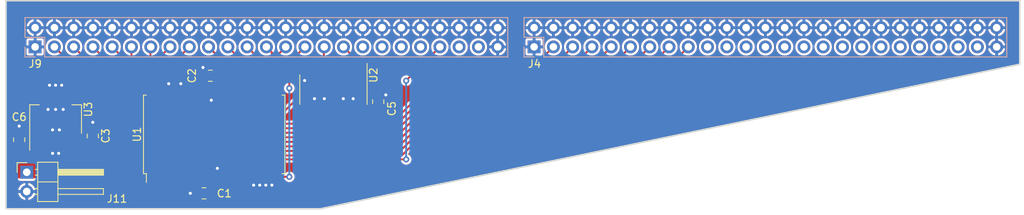
<source format=kicad_pcb>
(kicad_pcb (version 20221018) (generator pcbnew)

  (general
    (thickness 1.6)
  )

  (paper "A4")
  (layers
    (0 "F.Cu" signal)
    (31 "B.Cu" signal)
    (32 "B.Adhes" user "B.Adhesive")
    (33 "F.Adhes" user "F.Adhesive")
    (34 "B.Paste" user)
    (35 "F.Paste" user)
    (36 "B.SilkS" user "B.Silkscreen")
    (37 "F.SilkS" user "F.Silkscreen")
    (38 "B.Mask" user)
    (39 "F.Mask" user)
    (40 "Dwgs.User" user "User.Drawings")
    (41 "Cmts.User" user "User.Comments")
    (42 "Eco1.User" user "User.Eco1")
    (43 "Eco2.User" user "User.Eco2")
    (44 "Edge.Cuts" user)
    (45 "Margin" user)
    (46 "B.CrtYd" user "B.Courtyard")
    (47 "F.CrtYd" user "F.Courtyard")
    (48 "B.Fab" user)
    (49 "F.Fab" user)
    (50 "User.1" user)
    (51 "User.2" user)
    (52 "User.3" user)
    (53 "User.4" user)
    (54 "User.5" user)
    (55 "User.6" user)
    (56 "User.7" user)
    (57 "User.8" user)
    (58 "User.9" user)
  )

  (setup
    (pad_to_mask_clearance 0)
    (pcbplotparams
      (layerselection 0x00010fc_ffffffff)
      (plot_on_all_layers_selection 0x0000000_00000000)
      (disableapertmacros false)
      (usegerberextensions false)
      (usegerberattributes true)
      (usegerberadvancedattributes true)
      (creategerberjobfile true)
      (dashed_line_dash_ratio 12.000000)
      (dashed_line_gap_ratio 3.000000)
      (svgprecision 4)
      (plotframeref false)
      (viasonmask false)
      (mode 1)
      (useauxorigin false)
      (hpglpennumber 1)
      (hpglpenspeed 20)
      (hpglpendiameter 15.000000)
      (dxfpolygonmode true)
      (dxfimperialunits true)
      (dxfusepcbnewfont true)
      (psnegative false)
      (psa4output false)
      (plotreference true)
      (plotvalue true)
      (plotinvisibletext false)
      (sketchpadsonfab false)
      (subtractmaskfromsilk false)
      (outputformat 1)
      (mirror false)
      (drillshape 1)
      (scaleselection 1)
      (outputdirectory "")
    )
  )

  (net 0 "")
  (net 1 "+5V")
  (net 2 "GND")
  (net 3 "/BD0")
  (net 4 "/BD1")
  (net 5 "/BD2")
  (net 6 "/BD3")
  (net 7 "/BD4")
  (net 8 "/BD5")
  (net 9 "/BD6")
  (net 10 "/BD7")
  (net 11 "/~{SEL2}")
  (net 12 "/~{SEL3}")
  (net 13 "/~{SEL4}")
  (net 14 "/~{SEL5}")
  (net 15 "/~{SEL6}")
  (net 16 "/~{SEL7}")
  (net 17 "/~{SEL8}")
  (net 18 "/~{SEL9}")
  (net 19 "/~{SELA}")
  (net 20 "/~{SELB}")
  (net 21 "/~{RESET}")
  (net 22 "/READY")
  (net 23 "/~{NMI}")
  (net 24 "/BA0")
  (net 25 "/BA1")
  (net 26 "unconnected-(U1-DQ8-Pad29)")
  (net 27 "unconnected-(U1-DQ9-Pad30)")
  (net 28 "unconnected-(U1-DQ10-Pad31)")
  (net 29 "unconnected-(U1-DQ11-Pad32)")
  (net 30 "unconnected-(U1-DQ12-Pad35)")
  (net 31 "unconnected-(U1-DQ13-Pad36)")
  (net 32 "unconnected-(U1-DQ14-Pad37)")
  (net 33 "unconnected-(U1-DQ15-Pad38)")
  (net 34 "/BA2")
  (net 35 "/BA3")
  (net 36 "/BA4")
  (net 37 "/BA5")
  (net 38 "/BA6")
  (net 39 "/BA7")
  (net 40 "/BA8")
  (net 41 "/BA9")
  (net 42 "/BA10")
  (net 43 "/BA11")
  (net 44 "/BA12")
  (net 45 "/BA13")
  (net 46 "/BA14")
  (net 47 "/BA15")
  (net 48 "/SYNC")
  (net 49 "/~{IRQ}")
  (net 50 "/CPHI2")
  (net 51 "/BR{slash}W")
  (net 52 "/~{BR{slash}W}")
  (net 53 "Net-(U2-Pad3)")
  (net 54 "unconnected-(U2-Pad8)")
  (net 55 "unconnected-(U2-Pad11)")
  (net 56 "unconnected-(J4-Pin_39-Pad39)")
  (net 57 "unconnected-(J9-Pin_39-Pad39)")
  (net 58 "/~{CE}")
  (net 59 "unconnected-(U1-NC-Pad28)")
  (net 60 "unconnected-(J4-Pin_41-Pad41)")
  (net 61 "unconnected-(J9-Pin_47-Pad47)")
  (net 62 "+9V")

  (footprint "Package_SO:SOIC-14_3.9x8.7mm_P1.27mm" (layer "F.Cu") (at 122.916 81.681 -90))

  (footprint "Capacitor_SMD:C_0805_2012Metric" (layer "F.Cu") (at 106.688 79.85))

  (footprint "Package_SO:TSOP-II-44_10.16x18.41mm_P0.8mm" (layer "F.Cu") (at 107.196 87.597 90))

  (footprint "Capacitor_SMD:C_0805_2012Metric" (layer "F.Cu") (at 91.2 87.8 -90))

  (footprint "Connector_PinHeader_2.54mm:PinHeader_1x02_P2.54mm_Horizontal" (layer "F.Cu") (at 82.5 92.6))

  (footprint "Capacitor_SMD:C_0805_2012Metric" (layer "F.Cu") (at 128.816 83.281 90))

  (footprint "Capacitor_SMD:C_0805_2012Metric" (layer "F.Cu") (at 81.5 88.3 -90))

  (footprint "Package_TO_SOT_SMD:SOT-223-3_TabPin2" (layer "F.Cu") (at 86.3 85.6 90))

  (footprint "Capacitor_SMD:C_0805_2012Metric" (layer "F.Cu") (at 105.85 95.381 180))

  (footprint "Connector_PinSocket_2.54mm:PinSocket_2x25_P2.54mm_Vertical" (layer "B.Cu") (at 83.6 76.04 -90))

  (footprint "Connector_PinSocket_2.54mm:PinSocket_2x25_P2.54mm_Vertical" (layer "B.Cu") (at 149.36 76.04 -90))

  (gr_poly
    (pts
      (xy 79.764 69.944)
      (xy 79.764 97.424)
      (xy 121.166 97.424)
      (xy 213.368 78.326)
      (xy 213.368 69.944)
    )

    (stroke (width 0.2) (type solid)) (fill none) (layer "Edge.Cuts") (tstamp 0dd3ab04-e666-4b66-af39-8505a82aff56))

  (segment (start 107.596 93.1845) (end 107.596 92.101) (width 0.25) (layer "F.Cu") (net 2) (tstamp 07959380-490d-4765-9a05-ef0e1cb91bea))
  (segment (start 112.396 94.296) (end 112.4 94.3) (width 0.25) (layer "F.Cu") (net 2) (tstamp 08807474-e7c1-49a5-9e4e-2508da834623))
  (segment (start 86.3 82.45) (end 85.5 81.65) (width 0.25) (layer "F.Cu") (net 2) (tstamp 16e8bad5-3848-4a45-94c6-1c5b1dd03c33))
  (segment (start 85.5 81.65) (end 85.5 81.1) (width 0.25) (layer "F.Cu") (net 2) (tstamp 171c19a6-1b21-4b33-bd68-07b194de1a05))
  (segment (start 124.186 82.911) (end 124.216 82.881) (width 0.25) (layer "F.Cu") (net 2) (tstamp 29a960df-5589-4216-9900-f0a31336d429))
  (segment (start 119.106 80.471) (end 119.116 80.481) (width 0.25) (layer "F.Cu") (net 2) (tstamp 2ff5594f-6df5-4573-b339-20e17c633283))
  (segment (start 114.796 93.1845) (end 114.796 94.296) (width 0.25) (layer "F.Cu") (net 2) (tstamp 300d12ca-561e-4af3-9893-506c30d6fa73))
  (segment (start 113.196 93.1845) (end 113.196 94.296) (width 0.25) (layer "F.Cu") (net 2) (tstamp 30544b90-3a97-41fa-ae33-814923f48fd7))
  (segment (start 112.396 93.1845) (end 112.396 94.296) (width 0.25) (layer "F.Cu") (net 2) (tstamp 36dd4f9d-3dc1-431c-b278-09680cf23ba0))
  (segment (start 114.796 94.296) (end 114.8 94.3) (width 0.25) (layer "F.Cu") (net 2) (tstamp 37da5288-ae77-4762-b607-1a5cb08f00a1))
  (segment (start 107.596 92.101) (end 107.616 92.081) (width 0.25) (layer "F.Cu") (net 2) (tstamp 43e35823-321c-40fd-a132-c4763f48c677))
  (segment (start 106.796 83.061) (end 106.816 83.081) (width 0.25) (layer "F.Cu") (net 2) (tstamp 491517ac-266f-4813-94f8-4266031cabd3))
  (segment (start 86.3 82.45) (end 87.1 81.65) (width 0.25) (layer "F.Cu") (net 2) (tstamp 4b0ec2b7-0b6c-4c23-923b-f45578036786))
  (segment (start 86.7 89.15) (end 86.7 90.1) (width 0.25) (layer "F.Cu") (net 2) (tstamp 571087c3-7ff3-4180-be53-601c3f17111c))
  (segment (start 91.2 86.85) (end 91.2 86) (width 0.25) (layer "F.Cu") (net 2) (tstamp 58834d88-66b5-41db-87fd-57561fb8b823))
  (segment (start 105.738 78.773) (end 105.7228 78.7578) (width 0.25) (layer "F.Cu") (net 2) (tstamp 5b3ed432-088a-4639-b5de-e63a23b83b21))
  (segment (start 125.456 82.941) (end 125.516 82.881) (width 0.25) (layer "F.Cu") (net 2) (tstamp 748e5317-0bf7-47f3-b8b2-e61107fa5c5b))
  (segment (start 81.5 87.35) (end 81.5 86.5) (width 0.25) (layer "F.Cu") (net 2) (tstamp 76e154ba-3b04-4333-839f-a9a95ec1ecc2))
  (segment (start 87.1 81.65) (end 87.1 81.1) (width 0.25) (layer "F.Cu") (net 2) (tstamp 7cc2cf63-3728-43de-89f7-25401b18fcfe))
  (segment (start 86.3 88.75) (end 85.9 89.15) (width 0.25) (layer "F.Cu") (net 2) (tstamp 80788db4-7282-47c9-bdc7-421e02076e90))
  (segment (start 120.376 82.921) (end 120.416 82.881) (width 0.25) (layer "F.Cu") (net 2) (tstamp 81f7ecad-2cc9-41f0-abb2-2b174a3612a9))
  (segment (start 85.9 89.15) (end 85.9 90.1) (width 0.25) (layer "F.Cu") (net 2) (tstamp 86b03c27-09bb-4609-b1de-33ef174fca88))
  (segment (start 105.738 79.85) (end 105.738 78.773) (width 0.25) (layer "F.Cu") (net 2) (tstamp 89fbee2a-e974-4a30-bb85-9e4216371d56))
  (segment (start 104.9 95.381) (end 104.05 95.381) (width 0.25) (layer "F.Cu") (net 2) (tstamp 91dc1fcf-d1f2-4030-817c-933dab34b8ac))
  (segment (start 120.376 84.156) (end 120.376 82.921) (width 0.25) (layer "F.Cu") (net 2) (tstamp 9568c8d0-1393-40ba-937f-2e18278ee0f7))
  (segment (start 113.196 94.296) (end 113.2 94.3) (width 0.25) (layer "F.Cu") (net 2) (tstamp 9ffd6b9f-62f8-41db-abbb-e28e27464339))
  (segment (start 121.646 84.156) (end 121.646 82.951) (width 0.25) (layer "F.Cu") (net 2) (tstamp a2080f11-3583-41b9-a258-597bcfb5cf0d))
  (segment (start 113.996 94.296) (end 114 94.3) (width 0.25) (layer "F.Cu") (net 2) (tstamp b154d100-b12b-4ff2-a5ef-13289535d0b0))
  (segment (start 125.456 84.156) (end 125.456 82.941) (width 0.25) (layer "F.Cu") (net 2) (tstamp b8ac0e62-2240-4e86-9589-937b1de6d261))
  (segment (start 86.3 82.45) (end 86.3 81.1) (width 0.25) (layer "F.Cu") (net 2) (tstamp c1be0dd7-c97d-43d6-8e56-3d64059eb706))
  (segment (start 129.766 82.331) (end 129.816 82.381) (width 0.25) (layer "F.Cu") (net 2) (tstamp c693dcdd-a6ff-4400-bfc5-2cb99b1855ce))
  (segment (start 128.816 82.331) (end 129.766 82.331) (width 0.25) (layer "F.Cu") (net 2) (tstamp c9edef5f-3cf9-4b17-a072-e649fbf8df41))
  (segment (start 101.196 82.0095) (end 101.196 80.904) (width 0.25) (layer "F.Cu") (net 2) (tstamp cedeb06b-0d89-49a9-adb9-61c74f3a6cef))
  (segment (start 102.796 82.0095) (end 102.796 80.904) (width 0.25) (layer "F.Cu") (net 2) (tstamp e5ccef87-887a-4b5f-85e8-c91e4189455e))
  (segment (start 86.3 88.75) (end 86.7 89.15) (width 0.25) (layer "F.Cu") (net 2) (tstamp e9c80eff-c116-45af-860a-b2130afaedf7))
  (segment (start 102.796 80.904) (end 102.8 80.9) (width 0.25) (layer "F.Cu") (net 2) (tstamp e9fa6882-e9ea-4138-a379-ac69489c90cc))
  (segment (start 121.646 82.951) (end 121.716 82.881) (width 0.25) (layer "F.Cu") (net 2) (tstamp f2921382-567b-4891-b547-0c5da97f9b6a))
  (segment (start 101.196 80.904) (end 101.2 80.9) (width 0.25) (layer "F.Cu") (net 2) (tstamp f7ab5a3f-6be4-4806-a93f-3356db4205db))
  (segment (start 106.796 82.0095) (end 106.796 83.061) (width 0.25) (layer "F.Cu") (net 2) (tstamp f9c3b62e-bb0b-4a09-ab5e-ecccd11b8284))
  (segment (start 124.186 84.156) (end 124.186 82.911) (width 0.25) (layer "F.Cu") (net 2) (tstamp fa1fdcff-3d59-40bc-8ce5-61dd4fa38791))
  (segment (start 119.106 79.206) (end 119.106 80.471) (width 0.25) (layer "F.Cu") (net 2) (tstamp fd1a3163-4363-413a-b41e-7d1f7b0a0151))
  (segment (start 113.996 93.1845) (end 113.996 94.296) (width 0.25) (layer "F.Cu") (net 2) (tstamp fd2846ee-2994-4ede-abc5-a03c8544ddb2))
  (via (at 121.716 82.881) (size 0.8) (drill 0.4) (layers "F.Cu" "B.Cu") (net 2) (tstamp 05bf502a-2cdb-4351-b88d-aac75c825689))
  (via (at 125.516 82.881) (size 0.8) (drill 0.4) (layers "F.Cu" "B.Cu") (net 2) (tstamp 068804e1-54e3-4eee-a5b3-917651701cea))
  (via (at 106.816 83.081) (size 0.8) (drill 0.4) (layers "F.Cu" "B.Cu") (net 2) (tstamp 092afaa8-c5c9-43af-a0f1-acbf8f46f1e1))
  (via (at 86.7 90.1) (size 0.8) (drill 0.4) (layers "F.Cu" "B.Cu") (net 2) (tstamp 1f13b74b-3f8b-4304-b8f4-dee52f8eb01f))
  (via (at 119.116 80.481) (size 0.8) (drill 0.4) (layers "F.Cu" "B.Cu") (net 2) (tstamp 20e26e00-8e80-4e3f-8bee-8e2a1ec9ab84))
  (via (at 102.8 80.9) (size 0.8) (drill 0.4) (layers "F.Cu" "B.Cu") (net 2) (tstamp 33b446b6-9a7c-44db-85f8-ca1bd118e005))
  (via (at 104.05 95.381) (size 0.8) (drill 0.4) (layers "F.Cu" "B.Cu") (net 2) (tstamp 36b35d94-1dd0-4bbe-90e8-d7fdbbe476e0))
  (via (at 87.3 84.3) (size 0.8) (drill 0.4) (layers "F.Cu" "B.Cu") (net 2) (tstamp 39f65fcf-4a35-480a-a602-c08727a1962a))
  (via (at 86.8 87) (size 0.8) (drill 0.4) (layers "F.Cu" "B.Cu") (net 2) (tstamp 3e29629e-694e-4873-a5c9-730d2ea43882))
  (via (at 85.9 90.1) (size 0.8) (drill 0.4) (layers "F.Cu" "B.Cu") (net 2) (tstamp 586f8a65-5f0c-46c0-836f-16da56fb3c78))
  (via (at 87.1 81.1) (size 0.8) (drill 0.4) (layers "F.Cu" "B.Cu") (net 2) (tstamp 67cc8654-a4c3-4d96-9188-80b57085f6ab))
  (via (at 120.416 82.881) (size 0.8) (drill 0.4) (layers "F.Cu" "B.Cu") (net 2) (tstamp 6ba3d67c-fbcc-4fb0-b8f8-f861bb1a1080))
  (via (at 114 94.3) (size 0.8) (drill 0.4) (layers "F.Cu" "B.Cu") (net 2) (tstamp 701c2e3f-5982-4776-bd48-1e88e3aa0fba))
  (via (at 129.816 82.381) (size 0.8) (drill 0.4) (layers "F.Cu" "B.Cu") (net 2) (tstamp 7bf39abf-02b0-448a-b9a1-cd3a31faee15))
  (via (at 91.2 86) (size 0.8) (drill 0.4) (layers "F.Cu" "B.Cu") (net 2) (tstamp 841e2c22-64c6-435d-8fba-6423a1f39ce1))
  (via (at 86.3 84.3) (size 0.8) (drill 0.4) (layers "F.Cu" "B.Cu") (net 2) (tstamp 93198451-24b4-4d31-b249-4a109084a83f))
  (via (at 113.2 94.3) (size 0.8) (drill 0.4) (layers "F.Cu" "B.Cu") (net 2) (tstamp 9774e372-26ea-4de6-bdb3-1eede4602a36))
  (via (at 81.5 86.5) (size 0.8) (drill 0.4) (layers "F.Cu" "B.Cu") (net 2) (tstamp a72557c6-9124-4951-a88f-2f128aaf1f85))
  (via (at 114.8 94.3) (size 0.8) (drill 0.4) (layers "F.Cu" "B.Cu") (net 2) (tstamp a9203227-6232-4df6-abc2-a159a6dcc595))
  (via (at 85.3 84.3) (size 0.8) (drill 0.4) (layers "F.Cu" "B.Cu") (net 2) (tstamp c25dc161-cd35-4736-9016-085c0e23ea01))
  (via (at 107.616 92.081) (size 0.8) (drill 0.4) (layers "F.Cu" "B.Cu") (net 2) (tstamp c318be4b-6d71-4032-83c7-dcf990ed960e))
  (via (at 124.216 82.881) (size 0.8) (drill 0.4) (layers "F.Cu" "B.Cu") (net 2) (tstamp cc9453da-b267-40b4-a368-c621e5521123))
  (via (at 85.9 87) (size 0.8) (drill 0.4) (layers "F.Cu" "B.Cu") (net 2) (tstamp e590ef02-3c25-4e75-8a32-c03d72708145))
  (via (at 86.3 81.1) (size 0.8) (drill 0.4) (layers "F.Cu" "B.Cu") (net 2) (tstamp e5a27227-75b0-4094-a626-e0cba6adc70f))
  (via (at 112.4 94.3) (size 0.8) (drill 0.4) (layers "F.Cu" "B.Cu") (net 2) (tstamp edd92d93-a8ff-4c2f-bec4-673ffa7baaf0))
  (via (at 85.5 81.1) (size 0.8) (drill 0.4) (layers "F.Cu" "B.Cu") (net 2) (tstamp edfb621b-86a5-48bb-8733-4610a17df295))
  (via (at 105.7228 78.7578) (size 0.8) (drill 0.4) (layers "F.Cu" "B.Cu") (net 2) (tstamp efa4ce6e-6701-479c-a243-960bd52bf53b))
  (via (at 101.2 80.9) (size 0.8) (drill 0.4) (layers "F.Cu" "B.Cu") (net 2) (tstamp f1b355b1-8817-4340-b179-f2fac8f93657))
  (segment (start 130.519 86.181) (end 137.13 79.57) (width 0.25) (layer "F.Cu") (net 3) (tstamp 0b0fa899-552d-4942-8315-b9706cf3a821))
  (segment (start 103.596 93.1845) (end 103.596 92.201) (width 0.25) (layer "F.Cu") (net 3) (tstamp 3d6a8dd4-bd24-4610-96a3-05b6d5534f6b))
  (segment (start 148.37 79.57) (end 151.9 76.04) (width 0.25) (layer "F.Cu") (net 3) (tstamp 8892eb4a-ef85-4f8e-a661-3dddec3bd36b))
  (segment (start 137.13 79.57) (end 148.37 79.57) (width 0.25) (layer "F.Cu") (net 3) (tstamp be04299e-b65a-44fa-98a4-dd9928748804))
  (segment (start 103.596 92.201) (end 109.616 86.181) (width 0.25) (layer "F.Cu") (net 3) (tstamp de641772-5a1c-4e36-9db1-bdf58915c053))
  (segment (start 109.616 86.181) (end 130.519 86.181) (width 0.25) (layer "F.Cu") (net 3) (tstamp fb311a1f-3fcb-4de1-a8ed-6d52795b2fde))
  (segment (start 150.34 80.14) (end 154.44 76.04) (width 0.25) (layer "F.Cu") (net 4) (tstamp 00fc5c42-9154-46af-a5c1-1c9889e8e25c))
  (segment (start 130.719 86.781) (end 137.36 80.14) (width 0.25) (layer "F.Cu") (net 4) (tstamp 2dfe4c0f-2e65-4f0d-aebb-7732674b3044))
  (segment (start 104.396 92.301) (end 109.916 86.781) (width 0.25) (layer "F.Cu") (net 4) (tstamp 96a11b90-c74a-4cf2-84a5-ef7b07f141bd))
  (segment (start 104.396 93.1845) (end 104.396 92.301) (width 0.25) (layer "F.Cu") (net 4) (tstamp a3f5f9f3-971f-4e07-bc55-1d0140a3327f))
  (segment (start 109.916 86.781) (end 130.719 86.781) (width 0.25) (layer "F.Cu") (net 4) (tstamp f4779586-f387-4709-9c83-c26512829f06))
  (segment (start 137.36 80.14) (end 150.34 80.14) (width 0.25) (layer "F.Cu") (net 4) (tstamp ff047ef4-00d1-4492-b199-70e51cf6156a))
  (segment (start 152.31 80.71) (end 156.98 76.04) (width 0.25) (layer "F.Cu") (net 5) (tstamp 1831ac61-711b-47aa-8d5f-50bed517adfd))
  (segment (start 105.196 93.1845) (end 105.196 92.301) (width 0.25) (layer "F.Cu") (net 5) (tstamp 6ca47237-a652-46ae-b059-8353e41da602))
  (segment (start 130.919 87.381) (end 137.59 80.71) (width 0.25) (layer "F.Cu") (net 5) (tstamp 716813bf-23ec-477c-936e-332e735e4f5c))
  (segment (start 137.59 80.71) (end 152.31 80.71) (width 0.25) (layer "F.Cu") (net 5) (tstamp 777a63ce-2f3b-443f-b3a1-ee5cccf9b096))
  (segment (start 110.116 87.381) (end 130.919 87.381) (width 0.25) (layer "F.Cu") (net 5) (tstamp c55f7ab7-a7ec-41f0-b0bb-0e71ce691378))
  (segment (start 105.196 92.301) (end 110.116 87.381) (width 0.25) (layer "F.Cu") (net 5) (tstamp debb14ce-5b30-4f21-a48f-c7c1a10d0f27))
  (segment (start 105.996 92.301) (end 110.316 87.981) (width 0.25) (layer "F.Cu") (net 6) (tstamp 3dd06e9d-94f3-467a-87db-a735affea5a1))
  (segment (start 137.82 81.28) (end 154.28 81.28) (width 0.25) (layer "F.Cu") (net 6) (tstamp 41c03eed-a0e3-46a5-8798-9a46e105a7c9))
  (segment (start 131.119 87.981) (end 137.82 81.28) (width 0.25) (layer "F.Cu") (net 6) (tstamp 486fea8d-f871-4f8d-b962-b2ee695a820d))
  (segment (start 110.316 87.981) (end 131.119 87.981) (width 0.25) (layer "F.Cu") (net 6) (tstamp ddcd724b-d9ea-41c2-a9cb-5131f55921dd))
  (segment (start 154.28 81.28) (end 159.52 76.04) (width 0.25) (layer "F.Cu") (net 6) (tstamp f256fe2a-df4a-45d5-baa6-09950e48545b))
  (segment (start 105.996 93.1845) (end 105.996 92.301) (width 0.25) (layer "F.Cu") (net 6) (tstamp f8710b77-ad27-4818-9c1d-0fb8d444e9ef))
  (segment (start 112.116 88.581) (end 131.319 88.581) (width 0.25) (layer "F.Cu") (net 7) (tstamp 1322d8bd-8755-4a86-931b-3ba6fc2ea006))
  (segment (start 108.396 93.1845) (end 108.396 92.301) (width 0.25) (layer "F.Cu") (net 7) (tstamp 32ba48e8-8998-47b8-ae31-bc7808c4fb39))
  (segment (start 156.25 81.85) (end 162.06 76.04) (width 0.25) (layer "F.Cu") (net 7) (tstamp 5b54ca1a-6294-42b3-84c1-1e6927d5779d))
  (segment (start 138.05 81.85) (end 156.25 81.85) (width 0.25) (layer "F.Cu") (net 7) (tstamp 7b48db21-e9d8-4530-b3a6-b1b1c982a727))
  (segment (start 108.396 92.301) (end 112.116 88.581) (width 0.25) (layer "F.Cu") (net 7) (tstamp 7be557da-cc4d-4b7c-b1cc-05cd260654fd))
  (segment (start 131.319 88.581) (end 138.05 81.85) (width 0.25) (layer "F.Cu") (net 7) (tstamp a5ad80ca-bdce-4b2b-b8df-8093533cae70))
  (segment (start 112.316 89.181) (end 131.519 89.181) (width 0.25) (layer "F.Cu") (net 8) (tstamp 0821a9e0-88da-4847-92b3-20ec48e9bd43))
  (segment (start 131.519 89.181) (end 138.28 82.42) (width 0.25) (layer "F.Cu") (net 8) (tstamp 1475a68b-a42e-4ad1-87b3-6f0327f91d19))
  (segment (start 158.22 82.42) (end 164.6 76.04) (width 0.25) (layer "F.Cu") (net 8) (tstamp 2ac2f5a1-7352-4372-b750-62428e67d914))
  (segment (start 109.196 92.301) (end 112.316 89.181) (width 0.25) (layer "F.Cu") (net 8) (tstamp 9a9e3e46-36bf-42bc-8ad5-c8ef0865b384))
  (segment (start 138.28 82.42) (end 158.22 82.42) (width 0.25) (layer "F.Cu") (net 8) (tstamp b6da5d7f-bde6-41ff-8fc6-c8cb877db8c4))
  (segment (start 109.196 93.1845) (end 109.196 92.301) (width 0.25) (layer "F.Cu") (net 8) (tstamp c10e3e0b-7ea7-46d0-9c07-305025a56c85))
  (segment (start 109.996 93.1845) (end 109.996 92.301) (width 0.25) (layer "F.Cu") (net 9) (tstamp 0b3c807b-bb80-44cc-a176-47af1002e37e))
  (segment (start 160.19 82.99) (end 167.14 76.04) (width 0.25) (layer "F.Cu") (net 9) (tstamp 49fe347d-c47e-483a-b075-28737c4c4641))
  (segment (start 138.51 82.99) (end 160.19 82.99) (width 0.25) (layer "F.Cu") (net 9) (tstamp 513634e4-e987-4a9e-96d7-af306ee950d1))
  (segment (start 112.516 89.781) (end 131.719 89.781) (width 0.25) (layer "F.Cu") (net 9) (tstamp a0b2dc55-c48d-4f05-9c04-6f8a0556b628))
  (segment (start 131.719 89.781) (end 138.51 82.99) (width 0.25) (layer "F.Cu") (net 9) (tstamp d0d21bcc-193d-4aac-b826-3ce641d9cf67))
  (segment (start 109.996 92.301) (end 112.516 89.781) (width 0.25) (layer "F.Cu") (net 9) (tstamp d9463191-09b6-4448-a8a0-c7e5d01e3aed))
  (segment (start 138.74 83.56) (end 162.16 83.56) (width 0.25) (layer "F.Cu") (net 10) (tstamp 10d08d97-7fbe-4e30-a811-4cfb8313a4ea))
  (segment (start 110.796 92.301) (end 112.716 90.381) (width 0.25) (layer "F.Cu") (net 10) (tstamp 16976f6c-8db7-4c5a-a76f-1623f51e0314))
  (segment (start 131.919 90.381) (end 138.74 83.56) (width 0.25) (layer "F.Cu") (net 10) (tstamp 1edab49f-5b88-409a-ba4b-4142b09e2867))
  (segment (start 162.16 83.56) (end 169.68 76.04) (width 0.25) (layer "F.Cu") (net 10) (tstamp 6b8de061-b08d-42bc-9c1b-b59b59ee22c6))
  (segment (start 112.716 90.381) (end 131.919 90.381) (width 0.25) (layer "F.Cu") (net 10) (tstamp a84cdfdd-d71b-4769-84a6-1acb3eeceb01))
  (segment (start 110.796 93.1845) (end 110.796 92.301) (width 0.25) (layer "F.Cu") (net 10) (tstamp e6e570c3-d441-4791-a1f5-e43fc2c5c01e))
  (segment (start 94 83.9) (end 86.14 76.04) (width 0.25) (layer "F.Cu") (net 24) (tstamp 2158f3aa-6b59-4bbd-bd81-a2f4ca15d7af))
  (segment (start 99.9 96) (end 97.4 96) (width 0.25) (layer "F.Cu") (net 24) (tstamp 93b542e5-b540-417a-81b8-38483b5b5c02))
  (segment (start 101.996 93.904) (end 99.9 96) (width 0.25) (layer "F.Cu") (net 24) (tstamp a14c1f3d-82ec-4bf2-a804-520dcdf56ded))
  (segment (start 101.996 93.1845) (end 101.996 93.904) (width 0.25) (layer "F.Cu") (net 24) (tstamp bd392822-0bb3-4054-a39e-3364d9b5c783))
  (segment (start 97.4 96) (end 94 92.6) (width 0.25) (layer "F.Cu") (net 24) (tstamp ee3f8cce-09f3-4620-8d8f-5f3304f26f88))
  (segment (start 94 92.6) (end 94 83.9) (width 0.25) (layer "F.Cu") (net 24) (tstamp f8de9e23-b9db-4844-9c77-d4d2e41c03d5))
  (segment (start 94.5 92.4) (end 94.5 81.86) (width 0.25) (layer "F.Cu") (net 25) (tstamp 937ed2d5-94b3-46f9-a49e-50859c5b6fd0))
  (segment (start 99.7 95.5) (end 97.6 95.5) (width 0.25) (layer "F.Cu") (net 25) (tstamp 9d27d0a1-0cf9-4258-8aa3-c3edf3884432))
  (segment (start 94.5 81.86) (end 88.68 76.04) (width 0.25) (layer "F.Cu") (net 25) (tstamp b86101ad-553e-4caf-88bf-7d5536783fff))
  (segment (start 101.196 94.004) (end 99.7 95.5) (width 0.25) (layer "F.Cu") (net 25) (tstamp bb43f4d9-b98a-4c5f-b99c-49fa12ea6192))
  (segment (start 101.196 93.1845) (end 101.196 94.004) (width 0.25) (layer "F.Cu") (net 25) (tstamp f168a2a8-1b89-4ada-addc-1cc429e76dd8))
  (segment (start 97.6 95.5) (end 94.5 92.4) (width 0.25) (layer "F.Cu") (net 25) (tstamp f4523f27-55b7-43f3-b57d-e2a4dd29aa91))
  (segment (start 97.9 95) (end 95.1 92.2) (width 0.25) (layer "F.Cu") (net 34) (tstamp 2096405e-faf5-47f3-af2d-905c620c2406))
  (segment (start 100.396 94.104) (end 99.5 95) (width 0.25) (layer "F.Cu") (net 34) (tstamp 395000c7-887a-4874-865f-1bd861bd4f91))
  (segment (start 100.396 93.1845) (end 100.396 94.104) (width 0.25) (layer "F.Cu") (net 34) (tstamp 40c9daf0-f921-4faa-9e7b-a178736c1408))
  (segment (start 99.5 95) (end 97.9 95) (width 0.25) (layer "F.Cu") (net 34) (tstamp 45d835cd-c2d8-4fe6-9e89-fab563983713))
  (segment (start 95.1 79.92) (end 91.22 76.04) (width 0.25) (layer "F.Cu") (net 34) (tstamp 55dc35e0-c452-42a3-97ac-f63ed1a7a2ef))
  (segment (start 95.1 92.2) (end 95.1 79.92) (width 0.25) (layer "F.Cu") (net 34) (tstamp f4978517-aecb-4892-b5b6-87115f24498a))
  (segment (start 95.7 92) (end 95.7 77.98) (width 0.25) (layer "F.Cu") (net 35) (tstamp 33f16896-c8ce-423b-996d-c3e76cba8150))
  (segment (start 99.596 94.104) (end 99.2 94.5) (width 0.25) (layer "F.Cu") (net 35) (tstamp 4b7c3cae-c07d-4a6d-9dc2-3cddb0d965d2))
  (segment (start 95.7 77.98) (end 93.76 76.04) (width 0.25) (layer "F.Cu") (net 35) (tstamp 572742ca-8bd6-488c-b1c5-ec719b45bdba))
  (segment (start 99.2 94.5) (end 98.2 94.5) (width 0.25) (layer "F.Cu") (net 35) (tstamp 6c88890f-8b40-4641-b5c3-ba76d54f2013))
  (segment (start 99.596 93.1845) (end 99.596 94.104) (width 0.25) (layer "F.Cu") (net 35) (tstamp b9568e92-6878-4611-be3a-eac6de761b11))
  (segment (start 98.2 94.5) (end 95.7 92) (width 0.25) (layer "F.Cu") (net 35) (tstamp f65ea9c8-3da4-4e37-a8c9-40c8d08bae66))
  (segment (start 96.3 91.7886) (end 97.6959 93.1845) (width 0.25) (layer "F.Cu") (net 36) (tstamp 0216bb6a-0385-479a-9a7a-50282f1cb172))
  (segment (start 97.6959 93.1845) (end 98.796 93.1845) (width 0.25) (layer "F.Cu") (net 36) (tstamp 3df4ffa7-b5a5-4772-bbe7-51d788f0acfe))
  (segment (start 96.3 76.04) (end 96.3 91.7886) (width 0.25) (layer "F.Cu") (net 36) (tstamp 5282b8c2-a763-4e81-a3e0-6fca4685a9e7))
  (segment (start 98.796 76.084) (end 98.84 76.04) (width 0.25) (layer "F.Cu") (net 37) (tstamp 53207e12-9343-49f4-930b-bb2b7df12dbb))
  (segment (start 98.796 82.0095) (end 98.796 76.084) (width 0.25) (layer "F.Cu") (net 37) (tstamp 7f75cb6d-44f0-442e-a3ae-2376b716be5a))
  (segment (start 99.596 77.824) (end 101.38 76.04) (width 0.25) (layer "F.Cu") (net 38) (tstamp 649a7ece-5375-4ecc-9f78-ea0716104b11))
  (segment (start 99.596 82.0095) (end 99.596 77.824) (width 0.25) (layer "F.Cu") (net 38) (tstamp c12c0dcf-e965-4551-a44b-0ed562e9530c))
  (segment (start 100.396 82.0095) (end 100.396 79.564) (width 0.25) (layer "F.Cu") (net 39) (tstamp 26b9adec-8108-4e7c-b07e-791182c70f29))
  (segment (start 100.396 79.564) (end 103.92 76.04) (width 0.25) (layer "F.Cu") (net 39) (tstamp 88cd78fa-9fa7-4ccc-967f-9ed1040f407b))
  (segment (start 107.9075 77.4875) (end 106.46 76.04) (width 0.25) (layer "F.Cu") (net 40) (tstamp 73276e4f-527c-4faf-8611-65907a9efd4a))
  (segment (start 112.396 82.0095) (end 112.396 80.986) (width 0.25) (layer "F.Cu") (net 40) (tstamp 8b5c0527-1242-4ada-9981-6247682b07d2))
  (segment (start 112.396 80.986) (end 108.8975 77.4875) (width 0.25) (layer "F.Cu") (net 40) (tstamp 8efed8c9-724a-4f57-8f4a-2741ab69b535))
  (segment (start 108.8975 77.4875) (end 107.9075 77.4875) (width 0.25) (layer "F.Cu") (net 40) (tstamp a050e418-0c91-47c6-8b9d-e56fa75c94cc))
  (segment (start 113.196 82.0095) (end 113.196 80.236) (width 0.25) (layer "F.Cu") (net 41) (tstamp d67f705f-f534-482d-8580-135a0d98e5d0))
  (segment (start 113.196 80.236) (end 109 76.04) (width 0.25) (layer "F.Cu") (net 41) (tstamp fca5fcec-f030-47e9-a5ec-46f8ff01d8d9))
  (segment (start 113.996 78.496) (end 111.54 76.04) (width 0.25) (layer "F.Cu") (net 42) (tstamp 07ba3c6b-bec3-4a5b-a612-267df0f6d1f9))
  (segment (start 113.996 82.0095) (end 113.996 78.496) (width 0.25) (layer "F.Cu") (net 42) (tstamp d2062e01-7fa1-4911-8717-c1e7d8aa3758))
  (segment (start 114.796 82.0095) (end 114.796 76.756) (width 0.25) (layer "F.Cu") (net 43) (tstamp 472eb010-a0e0-48ae-8aac-83805967bd7e))
  (segment (start 114.796 76.756) (end 114.08 76.04) (width 0.25) (layer "F.Cu") (net 43) (tstamp b8ef2ac9-29fe-44e8-8d0d-ce41caaf5fe6))
  (segment (start 115.596 77.064) (end 116.62 76.04) (width 0.25) (layer "F.Cu") (net 44) (tstamp 28347a68-1185-4082-a09c-43244a2c6f56))
  (segment (start 115.596 82.0095) (end 115.596 77.064) (width 0.25) (layer "F.Cu") (net 44) (tstamp 9a172182-6cd8-4460-b12f-c554c984db6f))
  (segment (start 115.6115 93.2) (end 117.1 93.2) (width 0.25) (layer "F.Cu") (net 45) (tstamp 10dd8dcb-5837-47cb-a6d0-b5d867e437c2))
  (segment (start 117.1 78.1) (end 119.16 76.04) (width 0.25) (layer "F.Cu") (net 45) (tstamp 11307310-66d6-4f9a-9d27-ad629012b7bf))
  (segment (start 117.1 81.5) (end 117.1 78.1) (width 0.25) (layer "F.Cu") (net 45) (tstamp 44c1a3a2-4d55-413c-a4ae-0ac7eb02774e))
  (segment (start 115.596 93.1845) (end 115.6115 93.2) (width 0.25) (layer "F.Cu") (net 45) (tstamp a551bddd-9b38-403a-9678-8f4e911551ae))
  (via (at 117.1 81.5) (size 0.8) (drill 0.4) (layers "F.Cu" "B.Cu") (net 45) (tstamp 4ec8c8db-c0cb-4594-8768-fb1b58b57596))
  (via (at 117.1 93.2) (size 0.8) (drill 0.4) (layers "F.Cu" "B.Cu") (net 45) (tstamp c45010ca-3029-4917-a66a-987f01d8bda0))
  (segment (start 117.1 93.2) (end 117.1 81.5) (width 0.25) (layer "B.Cu") (net 45) (tstamp 203021aa-baa3-4e25-9fac-c1cce3a91585))
  (segment (start 121.646 79.206) (end 121.646 76.094) (width 0.25) (layer "F.Cu") (net 46) (tstamp 511c6955-04ed-4b36-b33b-5186801f2e77))
  (segment (start 121.646 76.094) (end 121.7 76.04) (width 0.25) (layer "F.Cu") (net 46) (tstamp e35b22d3-4413-4b3e-8380-3ff4d7654e0b))
  (segment (start 125.456 77.256) (end 124.24 76.04) (width 0.25) (layer "F.Cu") (net 47) (tstamp 21ff8525-6e2d-4d2f-9b39-48527ec15f2b))
  (segment (start 126.726 79.206) (end 125.456 79.206) (width 0.25) (layer "F.Cu") (net 47) (tstamp ad5c9e23-9a70-489e-80ac-bcd3b33cf1b6))
  (segment (start 125.456 79.206) (end 125.456 77.256) (width 0.25) (layer "F.Cu") (net 47) (tstamp cf76cd5e-2616-4ca5-b67f-8891486353b3))
  (segment (start 111.596 93.1845) (end 111.596 92.304) (width 0.25) (layer "F.Cu") (net 51) (tstamp 26e42cd9-a700-499d-aeaa-2d13e1e3448d))
  (segment (start 111.596 92.304) (end 113 90.9) (width 0.25) (layer "F.Cu") (net 51) (tstamp 728cafce-876d-4e3b-834c-263997ca1d4f))
  (segment (start 132.5 80.48) (end 132.5 80.5) (width 0.25) (layer "F.Cu") (net 51) (tstamp b0aeecfa-1cc1-42d0-ad6f-1ff4164ccc66))
  (segment (start 136.94 76.04) (end 132.5 80.48) (width 0.25) (layer "F.Cu") (net 51) (tstamp d64ec4ac-5b47-4418-9732-a4e2ffed0872))
  (segment (start 113 90.9) (end 132.5 90.9) (width 0.25) (layer "F.Cu") (net 51) (tstamp defd443c-3eb2-4f06-9217-93342518dc16))
  (via (at 132.5 90.9) (size 0.8) (drill 0.4) (layers "F.Cu" "B.Cu") (net 51) (tstamp 90eb3841-8156-48da-862e-d6456645aa48))
  (via (at 132.5 80.5) (size 0.8) (drill 0.4) (layers "F.Cu" "B.Cu") (net 51) (tstamp b2cf2951-926c-4460-bc60-a440f6bbaa33))
  (segment (start 132.5 90.9) (end 132.5 80.5) (width 0.25) (layer "B.Cu") (net 51) (tstamp c8eede8c-7dbd-4326-bbdd-c02fb339b3b9))
  (segment (start 124.186 79.206) (end 122.916 79.206) (width 0.25) (layer "F.Cu") (net 53) (tstamp 8a5a02a7-0262-4bb3-877d-e844e90b7daf))
  (segment (start 109.416 85.581) (end 115.416 85.581) (width 0.25) (layer "F.Cu") (net 58) (tstamp 11ba2d30-db5e-4ebc-9b2e-86e415c434d6))
  (segment (start 102.796 92.201) (end 109.416 85.581) (width 0.25) (layer "F.Cu") (net 58) (tstamp 31223a1a-3925-406d-bde2-a350338b497e))
  (segment (start 120.376 80.621) (end 115.416 85.581) (width 0.25) (layer "F.Cu") (net 58) (tstamp 3bce2cd7-33e3-4ff1-a684-ead59b7fde99))
  (segment (start 102.796 93.1845) (end 102.796 92.201) (width 0.25) (layer "F.Cu") (net 58) (tstamp 994c2dae-fb10-40d1-a1b0-0f536a15f0a0))
  (segment (start 120.376 79.206) (end 120.376 80.621) (width 0.25) (layer "F.Cu") (net 58) (tstamp acd22f20-9cf9-46af-9238-0e49d730100b))

  (zone (net 1) (net_name "+5V") (layer "F.Cu") (tstamp 28ff3e11-f060-4459-a227-48c70b8cedca) (hatch edge 0.5)
    (connect_pads (clearance 0.3))
    (min_thickness 0.2) (filled_areas_thickness no)
    (fill yes (thermal_gap 0.4) (thermal_bridge_width 0.4))
    (polygon
      (pts
        (xy 79.764 97.424)
        (xy 213.368 97.424)
        (xy 213.368 69.944)
        (xy 79.764 69.944)
      )
    )
    (filled_polygon
      (layer "F.Cu")
      (pts
        (xy 213.326691 69.963407)
        (xy 213.362655 70.012907)
        (xy 213.3675 70.0435)
        (xy 213.367499 78.244996)
        (xy 213.348592 78.303187)
        (xy 213.299092 78.339151)
        (xy 213.288579 78.341938)
        (xy 121.175883 97.421442)
        (xy 121.155803 97.4235)
        (xy 79.8635 97.4235)
        (xy 79.805309 97.404593)
        (xy 79.769345 97.355093)
        (xy 79.7645 97.3245)
        (xy 79.7645 95.14)
        (xy 81.344571 95.14)
        (xy 81.364244 95.352311)
        (xy 81.372407 95.381)
        (xy 81.422595 95.557389)
        (xy 81.517634 95.748255)
        (xy 81.646128 95.918407)
        (xy 81.690096 95.958489)
        (xy 81.803692 96.062047)
        (xy 81.803699 96.062053)
        (xy 81.903439 96.123809)
        (xy 81.984981 96.174298)
        (xy 82.183802 96.251321)
        (xy 82.39339 96.2905)
        (xy 82.60661 96.2905)
        (xy 82.816198 96.251321)
        (xy 83.015019 96.174298)
        (xy 83.196302 96.062052)
        (xy 83.353872 95.918407)
        (xy 83.482366 95.748255)
        (xy 83.577405 95.557389)
        (xy 83.635756 95.35231)
        (xy 83.655429 95.14)
        (xy 83.635756 94.92769)
        (xy 83.577405 94.722611)
        (xy 83.482366 94.531745)
        (xy 83.353872 94.361593)
        (xy 83.219205 94.238827)
        (xy 83.196307 94.217952)
        (xy 83.1963 94.217946)
        (xy 83.015024 94.105705)
        (xy 83.015019 94.105702)
        (xy 82.816195 94.028678)
        (xy 82.60661 93.9895)
        (xy 82.39339 93.9895)
        (xy 82.183804 94.028678)
        (xy 81.98498 94.105702)
        (xy 81.984975 94.105705)
        (xy 81.803699 94.217946)
        (xy 81.803692 94.217952)
        (xy 81.646135 94.361586)
        (xy 81.646131 94.361589)
        (xy 81.646128 94.361593)
        (xy 81.646124 94.361597)
        (xy 81.646125 94.361597)
        (xy 81.517635 94.531743)
        (xy 81.51763 94.531752)
        (xy 81.422596 94.722608)
        (xy 81.364244 94.927688)
        (xy 81.344571 95.14)
        (xy 79.7645 95.14)
        (xy 79.7645 89.543106)
        (xy 80.4745 89.543106)
        (xy 80.485123 89.631564)
        (xy 80.487597 89.637837)
        (xy 80.4945 89.674156)
        (xy 80.4945 93.301)
        (xy 80.498261 93.348785)
        (xy 80.498261 93.348787)
        (xy 80.503104 93.379371)
        (xy 80.503104 93.37937)
        (xy 80.509512 93.409752)
        (xy 80.509514 93.409757)
        (xy 80.557689 93.511158)
        (xy 80.557695 93.511168)
        (xy 80.587488 93.552175)
        (xy 80.593655 93.560662)
        (xy 80.636876 93.606348)
        (xy 80.647824 93.61792)
        (xy 80.746401 93.671639)
        (xy 80.746403 93.67164)
        (xy 80.804596 93.690548)
        (xy 80.804593 93.690548)
        (xy 80.898997 93.7055)
        (xy 80.899 93.7055)
        (xy 81.463811 93.7055)
        (xy 81.503798 93.713935)
        (xy 81.519043 93.720666)
        (xy 81.580009 93.747585)
        (xy 81.605135 93.7505)
        (xy 83.394864 93.750499)
        (xy 83.419991 93.747585)
        (xy 83.496201 93.713934)
        (xy 83.536189 93.7055)
        (xy 84.700996 93.7055)
        (xy 84.701 93.7055)
        (xy 84.748786 93.701739)
        (xy 84.748787 93.701739)
        (xy 84.779371 93.696896)
        (xy 84.77937 93.696896)
        (xy 84.785268 93.695651)
        (xy 84.809754 93.690487)
        (xy 84.911162 93.642309)
        (xy 84.960662 93.606345)
        (xy 85.017919 93.552177)
        (xy 85.071641 93.453594)
        (xy 85.090548 93.395403)
        (xy 85.093087 93.379371)
        (xy 85.1055 93.301003)
        (xy 85.1055 90.499804)
        (xy 85.124407 90.441613)
        (xy 85.173907 90.405649)
        (xy 85.235093 90.405649)
        (xy 85.284593 90.441613)
        (xy 85.285975 90.443566)
        (xy 85.371813 90.567924)
        (xy 85.371816 90.567927)
        (xy 85.371817 90.567929)
        (xy 85.499148 90.680734)
        (xy 85.649775 90.75979)
        (xy 85.814944 90.8005)
        (xy 85.814947 90.8005)
        (xy 85.985053 90.8005)
        (xy 85.985056 90.8005)
        (xy 86.150225 90.75979)
        (xy 86.253992 90.705327)
        (xy 86.314302 90.695027)
        (xy 86.346006 90.705327)
        (xy 86.449775 90.75979)
        (xy 86.614944 90.8005)
        (xy 86.614947 90.8005)
        (xy 86.785053 90.8005)
        (xy 86.785056 90.8005)
        (xy 86.950225 90.75979)
        (xy 87.100852 90.680734)
        (xy 87.228183 90.567929)
        (xy 87.324818 90.42793)
        (xy 87.347017 90.369392)
        (xy 87.385331 90.32169)
        (xy 87.439584 90.3055)
        (xy 87.483844 90.3055)
        (xy 87.483845 90.3055)
        (xy 87.491607 90.305303)
        (xy 87.505529 90.304594)
        (xy 87.613406 90.278959)
        (xy 87.669378 90.254245)
        (xy 87.736771 90.213373)
        (xy 87.761785 90.184356)
        (xy 87.814099 90.152629)
        (xy 87.836767 90.149999)
        (xy 88.399999 90.149999)
        (xy 88.4 90.149998)
        (xy 88.4 88.95)
        (xy 88.8 88.95)
        (xy 88.8 90.149998)
        (xy 88.800001 90.149999)
        (xy 89.381483 90.149999)
        (xy 89.381485 90.149998)
        (xy 89.475141 90.135166)
        (xy 89.475151 90.135163)
        (xy 89.588043 90.077641)
        (xy 89.677641 89.988043)
        (xy 89.735163 89.875151)
        (xy 89.735164 89.875147)
        (xy 89.75 89.781484)
        (xy 89.75 89.065638)
        (xy 90.075 89.065638)
        (xy 90.077899 89.102489)
        (xy 90.123719 89.2602)
        (xy 90.123719 89.260201)
        (xy 90.207314 89.401552)
        (xy 90.323447 89.517685)
        (xy 90.464799 89.60128)
        (xy 90.62251 89.6471)
        (xy 90.659362 89.65)
        (xy 90.999999 89.65)
        (xy 91 89.649999)
        (xy 91.4 89.649999)
        (xy 91.400001 89.65)
        (xy 91.740638 89.65)
        (xy 91.777489 89.6471)
        (xy 91.9352 89.60128)
        (xy 91.935201 89.60128)
        (xy 92.076552 89.517685)
        (xy 92.192685 89.401552)
        (xy 92.27628 89.260201)
        (xy 92.27628 89.2602)
        (xy 92.3221 89.102489)
        (xy 92.325 89.065638)
        (xy 92.325 88.95)
        (xy 91.400001 88.95)
        (xy 91.4 88.950001)
        (xy 91.4 89.649999)
        (xy 91 89.649999)
        (xy 91 88.950001)
        (xy 90.999999 88.95)
        (xy 90.075001 88.95)
        (xy 90.075 88.950001)
        (xy 90.075 89.065638)
        (xy 89.75 89.065638)
        (xy 89.75 88.950001)
        (xy 89.749999 88.95)
        (xy 88.8 88.95)
        (xy 88.4 88.95)
        (xy 88.4 88.649)
        (xy 88.418907 88.590809)
        (xy 88.468407 88.554845)
        (xy 88.499 88.55)
        (xy 89.749998 88.55)
        (xy 89.749999 88.549999)
        (xy 90.075 88.549999)
        (xy 90.075001 88.55)
        (xy 90.999999 88.55)
        (xy 91 88.549999)
        (xy 91.4 88.549999)
        (xy 91.400001 88.55)
        (xy 92.324999 88.55)
        (xy 92.325 88.549999)
        (xy 92.325 88.434362)
        (xy 92.3221 88.39751)
        (xy 92.27628 88.239799)
        (xy 92.27628 88.239798)
        (xy 92.192685 88.098447)
        (xy 92.076552 87.982314)
        (xy 91.9352 87.898719)
        (xy 91.777489 87.852899)
        (xy 91.740638 87.85)
        (xy 91.400001 87.85)
        (xy 91.4 87.850001)
        (xy 91.4 88.549999)
        (xy 91 88.549999)
        (xy 91 87.850001)
        (xy 90.999999 87.85)
        (xy 90.659362 87.85)
        (xy 90.62251 87.852899)
        (xy 90.464799 87.898719)
        (xy 90.464798 87.898719)
        (xy 90.323447 87.982314)
        (xy 90.207314 88.098447)
        (xy 90.123719 88.239798)
        (xy 90.123719 88.239799)
        (xy 90.077899 88.39751)
        (xy 90.075 88.434362)
        (xy 90.075 88.549999)
        (xy 89.749999 88.549999)
        (xy 89.749999 87.718516)
        (xy 89.749998 87.718514)
        (xy 89.735166 87.624858)
        (xy 89.735163 87.624848)
        (xy 89.677641 87.511956)
        (xy 89.588043 87.422358)
        (xy 89.475151 87.364836)
        (xy 89.475147 87.364835)
        (xy 89.381484 87.35)
        (xy 88.904499 87.35)
        (xy 88.846308 87.331093)
        (xy 88.810344 87.281593)
        (xy 88.805499 87.251)
        (xy 88.805499 87.143106)
        (xy 90.1745 87.143106)
        (xy 90.185123 87.231565)
        (xy 90.240637 87.372339)
        (xy 90.240638 87.372341)
        (xy 90.240639 87.372342)
        (xy 90.332078 87.492922)
        (xy 90.452658 87.584361)
        (xy 90.452659 87.584361)
        (xy 90.45266 87.584362)
        (xy 90.496568 87.601677)
        (xy 90.593436 87.639877)
        (xy 90.681898 87.6505)
        (xy 90.6819 87.6505)
        (xy 91.7181 87.6505)
        (xy 91.718102 87.6505)
        (xy 91.806564 87.639877)
        (xy 91.947342 87.584361)
        (xy 92.067922 87.492922)
        (xy 92.159361 87.372342)
        (xy 92.214877 87.231564)
        (xy 92.2255 87.143102)
        (xy 92.2255 86.556898)
        (xy 92.214877 86.468436)
        (xy 92.16073 86.331129)
        (xy 92.159362 86.32766)
        (xy 92.159361 86.327659)
        (xy 92.159361 86.327658)
        (xy 92.067922 86.207078)
        (xy 91.947342 86.115639)
        (xy 91.947341 86.115638)
        (xy 91.941947 86.111548)
        (xy 91.943893 86.108981)
        (xy 91.911456 86.073777)
        (xy 91.90315 86.020541)
        (xy 91.905645 86)
        (xy 91.88514 85.831128)
        (xy 91.824818 85.67207)
        (xy 91.728183 85.532071)
        (xy 91.600852 85.419266)
        (xy 91.450225 85.34021)
        (xy 91.450224 85.340209)
        (xy 91.450223 85.340209)
        (xy 91.285058 85.2995)
        (xy 91.285056 85.2995)
        (xy 91.114944 85.2995)
        (xy 91.114941 85.2995)
        (xy 90.949776 85.340209)
        (xy 90.799146 85.419267)
        (xy 90.671818 85.532069)
        (xy 90.671816 85.532072)
        (xy 90.575182 85.67207)
        (xy 90.51486 85.831129)
        (xy 90.494355 85.999997)
        (xy 90.494355 86.000001)
        (xy 90.496849 86.020541)
        (xy 90.485094 86.080586)
        (xy 90.456435 86.109414)
        (xy 90.458053 86.111548)
        (xy 90.332081 86.207075)
        (xy 90.332075 86.207081)
        (xy 90.24064 86.327656)
        (xy 90.240637 86.32766)
        (xy 90.185123 86.468434)
        (xy 90.1745 86.556893)
        (xy 90.1745 87.143106)
        (xy 88.805499 87.143106)
        (xy 88.8055 81.299004)
        (xy 88.805499 81.298996)
        (xy 88.801739 81.251214)
        (xy 88.798052 81.22793)
        (xy 88.796896 81.220629)
        (xy 88.796896 81.22063)
        (xy 88.790487 81.190247)
        (xy 88.790485 81.190242)
        (xy 88.781852 81.17207)
        (xy 88.742309 81.088838)
        (xy 88.71604 81.052682)
        (xy 88.706348 81.039342)
        (xy 88.706347 81.039341)
        (xy 88.706345 81.039338)
        (xy 88.652177 80.982081)
        (xy 88.652176 80.98208)
        (xy 88.652175 80.982079)
        (xy 88.553598 80.92836)
        (xy 88.553596 80.928359)
        (xy 88.495403 80.909451)
        (xy 88.495406 80.909451)
        (xy 88.401003 80.8945)
        (xy 88.401 80.8945)
        (xy 87.839584 80.8945)
        (xy 87.781393 80.875593)
        (xy 87.747017 80.830607)
        (xy 87.724818 80.77207)
        (xy 87.712429 80.754122)
        (xy 87.66706 80.688394)
        (xy 87.628183 80.632071)
        (xy 87.500852 80.519266)
        (xy 87.350225 80.44021)
        (xy 87.350224 80.440209)
        (xy 87.350223 80.440209)
        (xy 87.185058 80.3995)
        (xy 87.185056 80.3995)
        (xy 87.014944 80.3995)
        (xy 87.014941 80.3995)
        (xy 86.849774 80.44021)
        (xy 86.849773 80.44021)
        (xy 86.746007 80.494671)
        (xy 86.685695 80.504972)
        (xy 86.653993 80.494671)
        (xy 86.550226 80.44021)
        (xy 86.385058 80.3995)
        (xy 86.385056 80.3995)
        (xy 86.214944 80.3995)
        (xy 86.214941 80.3995)
        (xy 86.049774 80.44021)
        (xy 86.049773 80.44021)
        (xy 85.946007 80.494671)
        (xy 85.885695 80.504972)
        (xy 85.853993 80.494671)
        (xy 85.750226 80.44021)
        (xy 85.585058 80.3995)
        (xy 85.585056 80.3995)
        (xy 85.414944 80.3995)
        (xy 85.414941 80.3995)
        (xy 85.249776 80.440209)
        (xy 85.099146 80.519267)
        (xy 84.971818 80.632069)
        (xy 84.971816 80.632072)
        (xy 84.875182 80.772068)
        (xy 84.867717 80.791753)
        (xy 84.852982 80.830607)
        (xy 84.814669 80.87831)
        (xy 84.760416 80.8945)
        (xy 84.199 80.8945)
        (xy 84.151214 80.898261)
        (xy 84.151213 80.898261)
        (xy 84.120629 80.903104)
        (xy 84.12063 80.903104)
        (xy 84.090247 80.909512)
        (xy 84.090242 80.909514)
        (xy 83.988841 80.957689)
        (xy 83.988831 80.957695)
        (xy 83.939342 80.993651)
        (xy 83.882079 81.047824)
        (xy 83.82836 81.146401)
        (xy 83.828359 81.146403)
        (xy 83.809451 81.204595)
        (xy 83.7945 81.298996)
        (xy 83.7945 87.2955)
        (xy 83.775593 87.353691)
        (xy 83.726093 87.389655)
        (xy 83.6955 87.3945)
        (xy 82.6245 87.3945)
        (xy 82.566309 87.375593)
        (xy 82.530345 87.326093)
        (xy 82.5255 87.2955)
        (xy 82.5255 87.056899)
        (xy 82.525499 87.056893)
        (xy 82.514877 86.968436)
        (xy 82.459361 86.827658)
        (xy 82.367922 86.707078)
        (xy 82.247342 86.615639)
        (xy 82.247341 86.615638)
        (xy 82.241947 86.611548)
        (xy 82.243893 86.608981)
        (xy 82.211456 86.573777)
        (xy 82.20315 86.520541)
        (xy 82.205645 86.5)
        (xy 82.18514 86.331128)
        (xy 82.124818 86.17207)
        (xy 82.028183 86.032071)
        (xy 81.900852 85.919266)
        (xy 81.750225 85.84021)
        (xy 81.750224 85.840209)
        (xy 81.750223 85.840209)
        (xy 81.585058 85.7995)
        (xy 81.585056 85.7995)
        (xy 81.414944 85.7995)
        (xy 81.414941 85.7995)
        (xy 81.249776 85.840209)
        (xy 81.099146 85.919267)
        (xy 80.971818 86.032069)
        (xy 80.971816 86.032072)
        (xy 80.914134 86.115639)
        (xy 80.875182 86.17207)
        (xy 80.816176 86.32766)
        (xy 80.81486 86.331129)
        (xy 80.794355 86.499997)
        (xy 80.794355 86.500001)
        (xy 80.796849 86.520541)
        (xy 80.785094 86.580586)
        (xy 80.756435 86.609414)
        (xy 80.758053 86.611548)
        (xy 80.632081 86.707075)
        (xy 80.632075 86.707081)
        (xy 80.54064 86.827656)
        (xy 80.540637 86.82766)
        (xy 80.485123 86.968434)
        (xy 80.4745 87.056893)
        (xy 80.4745 87.643106)
        (xy 80.485123 87.731565)
        (xy 80.540639 87.872342)
        (xy 80.563097 87.901958)
        (xy 80.583192 87.95975)
        (xy 80.571143 88.009149)
        (xy 80.52836 88.087657)
        (xy 80.528359 88.087659)
        (xy 80.509451 88.145851)
        (xy 80.4945 88.240252)
        (xy 80.4945 88.825842)
        (xy 80.487599 88.862157)
        (xy 80.485123 88.868435)
        (xy 80.4745 88.956893)
        (xy 80.4745 89.543106)
        (xy 79.7645 89.543106)
        (xy 79.7645 76.93486)
        (xy 82.4495 76.93486)
        (xy 82.449501 76.934863)
        (xy 82.452414 76.95999)
        (xy 82.471769 77.003824)
        (xy 82.497794 77.062765)
        (xy 82.577235 77.142206)
        (xy 82.680009 77.187585)
        (xy 82.705135 77.1905)
        (xy 84.494864 77.190499)
        (xy 84.519991 77.187585)
        (xy 84.622765 77.142206)
        (xy 84.702206 77.062765)
        (xy 84.747585 76.959991)
        (xy 84.7505 76.934865)
        (xy 84.750499 76.039999)
        (xy 84.984571 76.039999)
        (xy 85.004244 76.252311)
        (xy 85.004247 76.25232)
        (xy 85.062595 76.457389)
        (xy 85.157634 76.648255)
        (xy 85.286128 76.818407)
        (xy 85.286135 76.818413)
        (xy 85.443692 76.962047)
        (xy 85.443699 76.962053)
        (xy 85.509476 77.00278)
        (xy 85.624981 77.074298)
        (xy 85.823802 77.151321)
        (xy 86.03339 77.1905)
        (xy 86.24661 77.1905)
        (xy 86.456198 77.151321)
        (xy 86.535425 77.120627)
        (xy 86.596515 77.117238)
        (xy 86.641191 77.142939)
        (xy 93.545504 84.047252)
        (xy 93.573281 84.101769)
        (xy 93.5745 84.117255)
        (xy 93.5745 92.532607)
        (xy 93.5745 92.667393)
        (xy 93.582569 92.692225)
        (xy 93.586195 92.707329)
        (xy 93.590281 92.733126)
        (xy 93.590281 92.733127)
        (xy 93.602135 92.756391)
        (xy 93.608079 92.770741)
        (xy 93.61615 92.795579)
        (xy 93.616151 92.795581)
        (xy 93.631501 92.816708)
        (xy 93.639615 92.829949)
        (xy 93.651472 92.85322)
        (xy 93.675446 92.877193)
        (xy 93.675446 92.877194)
        (xy 95.426181 94.627929)
        (xy 97.05147 96.253218)
        (xy 97.051471 96.25322)
        (xy 97.138611 96.340359)
        (xy 97.14678 96.348528)
        (xy 97.170052 96.360385)
        (xy 97.183291 96.368498)
        (xy 97.204419 96.383849)
        (xy 97.229259 96.391919)
        (xy 97.243597 96.397858)
        (xy 97.266874 96.409719)
        (xy 97.292666 96.413803)
        (xy 97.307775 96.417431)
        (xy 97.332606 96.4255)
        (xy 97.332607 96.4255)
        (xy 99.967394 96.4255)
        (xy 99.976875 96.422418)
        (xy 99.992222 96.417431)
        (xy 100.007328 96.413803)
        (xy 100.033126 96.409719)
        (xy 100.056405 96.397856)
        (xy 100.070738 96.39192)
        (xy 100.095581 96.383849)
        (xy 100.116707 96.368498)
        (xy 100.12995 96.360383)
        (xy 100.15322 96.348528)
        (xy 100.248528 96.25322)
        (xy 101.73382 94.767927)
        (xy 102.263209 94.238537)
        (xy 102.300511 94.215099)
        (xy 102.340475 94.201116)
        (xy 102.340478 94.201113)
        (xy 102.34048 94.201113)
        (xy 102.347038 94.197648)
        (xy 102.348208 94.199863)
        (xy 102.395239 94.184182)
        (xy 102.443935 94.199591)
        (xy 102.444962 94.197648)
        (xy 102.451523 94.201115)
        (xy 102.451524 94.201115)
        (xy 102.451525 94.201116)
        (xy 102.576151 94.244725)
        (xy 102.603441 94.247284)
        (xy 102.605733 94.247499)
        (xy 102.605738 94.2475)
        (xy 102.605744 94.2475)
        (xy 102.986262 94.2475)
        (xy 102.986265 94.247499)
        (xy 103.015849 94.244725)
        (xy 103.140475 94.201116)
        (xy 103.140477 94.201114)
        (xy 103.147038 94.197648)
        (xy 103.148208 94.199863)
        (xy 103.195239 94.184182)
        (xy 103.243935 94.199591)
        (xy 103.244962 94.197648)
        (xy 103.251523 94.201115)
        (xy 103.251524 94.201115)
        (xy 103.251525 94.201116)
        (xy 103.376151 94.244725)
        (xy 103.403441 94.247284)
        (xy 103.405733 94.247499)
        (xy 103.405738 94.2475)
        (xy 103.405744 94.2475)
        (xy 103.786262 94.2475)
        (xy 103.786265 94.247499)
        (xy 103.815849 94.244725)
        (xy 103.940475 94.201116)
        (xy 103.940477 94.201114)
        (xy 103.947038 94.197648)
        (xy 103.948208 94.199863)
        (xy 103.995239 94.184182)
        (xy 104.043935 94.199591)
        (xy 104.044962 94.197648)
        (xy 104.051523 94.201115)
        (xy 104.051524 94.201115)
        (xy 104.051525 94.201116)
        (xy 104.176151 94.244725)
        (xy 104.203441 94.247284)
        (xy 104.205733 94.247499)
        (xy 104.205738 94.2475)
        (xy 104.312901 94.2475)
        (xy 104.371092 94.266407)
        (xy 104.407056 94.315907)
        (xy 104.407056 94.377093)
        (xy 104.37272 94.425383)
        (xy 104.332671 94.455753)
        (xy 104.257081 94.513075)
        (xy 104.257075 94.513081)
        (xy 104.179782 94.615006)
        (xy 104.169984 94.627929)
        (xy 104.161548 94.639053)
        (xy 104.159535 94.637526)
        (xy 104.122687 94.671475)
        (xy 104.08139 94.6805)
        (xy 103.964941 94.6805)
        (xy 103.799776 94.721209)
        (xy 103.649146 94.800267)
        (xy 103.521818 94.913069)
        (xy 103.521816 94.913072)
        (xy 103.425182 95.05307)
        (xy 103.36486 95.212129)
        (xy 103.347839 95.352311)
        (xy 103.344355 95.381)
        (xy 103.36486 95.549872)
        (xy 103.425182 95.70893)
        (xy 103.521817 95.848929)
        (xy 103.649148 95.961734)
        (xy 103.799775 96.04079)
        (xy 103.964944 96.0815)
        (xy 103.964947 96.0815)
        (xy 104.08139 96.0815)
        (xy 104.139581 96.100407)
        (xy 104.160411 96.123809)
        (xy 104.161548 96.122947)
        (xy 104.165638 96.128341)
        (xy 104.165639 96.128342)
        (xy 104.257078 96.248922)
        (xy 104.377658 96.340361)
        (xy 104.377659 96.340361)
        (xy 104.37766 96.340362)
        (xy 104.398365 96.348527)
        (xy 104.518436 96.395877)
        (xy 104.606898 96.4065)
        (xy 104.6069 96.4065)
        (xy 105.1931 96.4065)
        (xy 105.193102 96.4065)
        (xy 105.281564 96.395877)
        (xy 105.422342 96.340361)
        (xy 105.542922 96.248922)
        (xy 105.634361 96.128342)
        (xy 105.689877 95.987564)
        (xy 105.697794 95.921638)
        (xy 105.9 95.921638)
        (xy 105.902899 95.958489)
        (xy 105.948719 96.1162)
        (xy 105.948719 96.116201)
        (xy 106.032314 96.257552)
        (xy 106.148447 96.373685)
        (xy 106.289799 96.45728)
        (xy 106.44751 96.5031)
        (xy 106.484362 96.506)
        (xy 106.599999 96.506)
        (xy 106.6 96.505999)
        (xy 107 96.505999)
        (xy 107.000001 96.506)
        (xy 107.115638 96.506)
        (xy 107.152489 96.5031)
        (xy 107.3102 96.45728)
        (xy 107.310201 96.45728)
        (xy 107.451552 96.373685)
        (xy 107.567685 96.257552)
        (xy 107.65128 96.116201)
        (xy 107.65128 96.1162)
        (xy 107.6971 95.958489)
        (xy 107.7 95.921638)
        (xy 107.7 95.581001)
        (xy 107.699999 95.581)
        (xy 107.000001 95.581)
        (xy 107 95.581001)
        (xy 107 96.505999)
        (xy 106.6 96.505999)
        (xy 106.6 95.581001)
        (xy 106.599999 95.581)
        (xy 105.900001 95.581)
        (xy 105.9 95.581001)
        (xy 105.9 95.921638)
        (xy 105.697794 95.921638)
        (xy 105.7005 95.899102)
        (xy 105.7005 94.862898)
        (xy 105.689877 94.774436)
        (xy 105.639149 94.645799)
        (xy 105.634362 94.63366)
        (xy 105.634361 94.633659)
        (xy 105.634361 94.633658)
        (xy 105.542922 94.513078)
        (xy 105.427281 94.425384)
        (xy 105.42234 94.421637)
        (xy 105.416877 94.418566)
        (xy 105.375421 94.373565)
        (xy 105.368333 94.312792)
        (xy 105.398321 94.259459)
        (xy 105.432696 94.238829)
        (xy 105.540475 94.201116)
        (xy 105.540478 94.201113)
        (xy 105.54048 94.201113)
        (xy 105.547038 94.197648)
        (xy 105.548208 94.199863)
        (xy 105.595239 94.184182)
        (xy 105.643935 94.199591)
        (xy 105.644962 94.197648)
        (xy 105.651523 94.201115)
        (xy 105.651524 94.201115)
        (xy 105.651525 94.201116)
        (xy 105.776151 94.244725)
        (xy 105.803441 94.247284)
        (xy 105.805733 94.247499)
        (xy 105.805738 94.2475)
        (xy 106.050254 94.2475)
        (xy 106.108445 94.266407)
        (xy 106.144409 94.315907)
        (xy 106.144409 94.377093)
        (xy 106.120258 94.416504)
        (xy 106.032314 94.504447)
        (xy 105.948719 94.645798)
        (xy 105.948719 94.645799)
        (xy 105.902899 94.80351)
        (xy 105.9 94.840362)
        (xy 105.9 95.180999)
        (xy 105.900001 95.181)
        (xy 106.599999 95.181)
        (xy 106.6 95.180999)
        (xy 106.6 94.362938)
        (xy 106.597219 94.35748)
        (xy 106.596 94.341993)
        (xy 106.596 93.0835)
        (xy 106.614907 93.025309)
        (xy 106.664407 92.989345)
        (xy 106.695 92.9845)
        (xy 106.897 92.9845)
        (xy 106.955191 93.003407)
        (xy 106.991155 93.052907)
        (xy 106.996 93.0835)
        (xy 106.996 94.240054)
        (xy 106.998779 94.245507)
        (xy 107 94.261006)
        (xy 107 95.180998)
        (xy 107.000001 95.181)
        (xy 107.699999 95.181)
        (xy 107.7 95.180998)
        (xy 107.7 94.840362)
        (xy 107.6971 94.80351)
        (xy 107.65128 94.645799)
        (xy 107.65128 94.645798)
        (xy 107.567685 94.504447)
        (xy 107.479742 94.416504)
        (xy 107.451965 94.361987)
        (xy 107.461536 94.301555)
        (xy 107.504801 94.25829)
        (xy 107.549746 94.2475)
        (xy 107.786262 94.2475)
        (xy 107.786265 94.247499)
        (xy 107.815849 94.244725)
        (xy 107.940475 94.201116)
        (xy 107.940477 94.201114)
        (xy 107.947038 94.197648)
        (xy 107.948208 94.199863)
        (xy 107.995239 94.184182)
        (xy 108.043935 94.199591)
        (xy 108.044962 94.197648)
        (xy 108.051523 94.201115)
        (xy 108.051524 94.201115)
        (xy 108.051525 94.201116)
        (xy 108.176151 94.244725)
        (xy 108.203441 94.247284)
        (xy 108.205733 94.247499)
        (xy 108.205738 94.2475)
        (xy 108.205744 94.2475)
        (xy 108.586262 94.2475)
        (xy 108.586265 94.247499)
        (xy 108.615849 94.244725)
        (xy 108.740475 94.201116)
        (xy 108.740477 94.201114)
        (xy 108.747038 94.197648)
        (xy 108.748208 94.199863)
        (xy 108.795239 94.184182)
        (xy 108.843935 94.199591)
        (xy 108.844962 94.197648)
        (xy 108.851523 94.201115)
        (xy 108.851524 94.201115)
        (xy 108.851525 94.201116)
        (xy 108.976151 94.244725)
        (xy 109.003441 94.247284)
        (xy 109.005733 94.247499)
        (xy 109.005738 94.2475)
        (xy 109.005744 94.2475)
        (xy 109.386262 94.2475)
        (xy 109.386265 94.247499)
        (xy 109.415849 94.244725)
        (xy 109.540475 94.201116)
        (xy 109.540477 94.201114)
        (xy 109.547038 94.197648)
        (xy 109.548208 94.199863)
        (xy 109.595239 94.184182)
        (xy 109.643935 94.199591)
        (xy 109.644962 94.197648)
        (xy 109.651523 94.201115)
        (xy 109.651524 94.201115)
        (xy 109.651525 94.201116)
        (xy 109.776151 94.244725)
        (xy 109.803441 94.247284)
        (xy 109.805733 94.247499)
        (xy 109.805738 94.2475)
        (xy 109.805744 94.2475)
        (xy 110.186262 94.2475)
        (xy 110.186265 94.247499)
        (xy 110.215849 94.244725)
        (xy 110.340475 94.201116)
        (xy 110.340477 94.201114)
        (xy 110.347038 94.197648)
        (xy 110.348208 94.199863)
        (xy 110.395239 94.184182)
        (xy 110.443935 94.199591)
        (xy 110.444962 94.197648)
        (xy 110.451523 94.201115)
        (xy 110.451524 94.201115)
        (xy 110.451525 94.201116)
        (xy 110.576151 94.244725)
        (xy 110.603441 94.247284)
        (xy 110.605733 94.247499)
        (xy 110.605738 94.2475)
        (xy 110.605744 94.2475)
        (xy 110.986262 94.2475)
        (xy 110.986265 94.247499)
        (xy 111.015849 94.244725)
        (xy 111.140475 94.201116)
        (xy 111.140477 94.201114)
        (xy 111.147038 94.197648)
        (xy 111.148208 94.199863)
        (xy 111.195239 94.184182)
        (xy 111.243935 94.199591)
        (xy 111.244962 94.197648)
        (xy 111.251523 94.201115)
        (xy 111.251524 94.201115)
        (xy 111.251525 94.201116)
        (xy 111.376151 94.244725)
        (xy 111.403441 94.247284)
        (xy 111.405733 94.247499)
        (xy 111.405738 94.2475)
        (xy 111.405744 94.2475)
        (xy 111.600274 94.2475)
        (xy 111.658465 94.266407)
        (xy 111.694429 94.315907)
        (xy 111.698552 94.334566)
        (xy 111.703716 94.377093)
        (xy 111.71486 94.468872)
        (xy 111.775182 94.62793)
        (xy 111.871817 94.767929)
        (xy 111.999148 94.880734)
        (xy 112.149775 94.95979)
        (xy 112.314944 95.0005)
        (xy 112.314947 95.0005)
        (xy 112.485053 95.0005)
        (xy 112.485056 95.0005)
        (xy 112.650225 94.95979)
        (xy 112.753992 94.905327)
        (xy 112.814304 94.895027)
        (xy 112.846007 94.905327)
        (xy 112.949775 94.95979)
        (xy 113.114944 95.0005)
        (xy 113.114947 95.0005)
        (xy 113.285053 95.0005)
        (xy 113.285056 95.0005)
        (xy 113.450225 94.95979)
        (xy 113.553992 94.905327)
        (xy 113.614304 94.895027)
        (xy 113.646007 94.905327)
        (xy 113.749775 94.95979)
        (xy 113.914944 95.0005)
        (xy 113.914947 95.0005)
        (xy 114.085053 95.0005)
        (xy 114.085056 95.0005)
        (xy 114.250225 94.95979)
        (xy 114.353992 94.905327)
        (xy 114.414304 94.895027)
        (xy 114.446007 94.905327)
        (xy 114.549775 94.95979)
        (xy 114.714944 95.0005)
        (xy 114.714947 95.0005)
        (xy 114.885053 95.0005)
        (xy 114.885056 95.0005)
        (xy 115.050225 94.95979)
        (xy 115.200852 94.880734)
        (xy 115.328183 94.767929)
        (xy 115.424818 94.62793)
        (xy 115.48514 94.468872)
        (xy 115.501447 94.334566)
        (xy 115.527232 94.279079)
        (xy 115.580706 94.249344)
        (xy 115.599726 94.2475)
        (xy 115.786262 94.2475)
        (xy 115.786265 94.247499)
        (xy 115.815849 94.244725)
        (xy 115.940475 94.201116)
        (xy 116.046711 94.122711)
        (xy 116.125116 94.016475)
        (xy 116.168725 93.891849)
        (xy 116.1715 93.862256)
        (xy 116.1715 93.724499)
        (xy 116.190407 93.666309)
        (xy 116.239907 93.630345)
        (xy 116.2705 93.6255)
        (xy 116.490572 93.6255)
        (xy 116.548763 93.644407)
        (xy 116.56758 93.663685)
        (xy 116.567848 93.663448)
        (xy 116.571816 93.667928)
        (xy 116.571817 93.667929)
        (xy 116.699148 93.780734)
        (xy 116.849775 93.85979)
        (xy 117.014944 93.9005)
        (xy 117.014947 93.9005)
        (xy 117.185053 93.9005)
        (xy 117.185056 93.9005)
        (xy 117.350225 93.85979)
        (xy 117.500852 93.780734)
        (xy 117.628183 93.667929)
        (xy 117.724818 93.52793)
        (xy 117.78514 93.368872)
        (xy 117.805645 93.2)
        (xy 117.78514 93.031128)
        (xy 117.724818 92.87207)
        (xy 117.628183 92.732071)
        (xy 117.591572 92.699637)
        (xy 117.500853 92.619267)
        (xy 117.500852 92.619266)
        (xy 117.350225 92.54021)
        (xy 117.350224 92.540209)
        (xy 117.350223 92.540209)
        (xy 117.185058 92.4995)
        (xy 117.185056 92.4995)
        (xy 117.014944 92.4995)
        (xy 117.014941 92.4995)
        (xy 116.849776 92.540209)
        (xy 116.699146 92.619267)
        (xy 116.571818 92.732069)
        (xy 116.567848 92.736552)
        (xy 116.566874 92.735689)
        (xy 116.523436 92.768886)
        (xy 116.490572 92.7745)
        (xy 116.2705 92.7745)
        (xy 116.212309 92.755593)
        (xy 116.176345 92.706093)
        (xy 116.1715 92.6755)
        (xy 116.1715 92.506738)
        (xy 116.171499 92.506733)
        (xy 116.168725 92.477155)
        (xy 116.168725 92.477151)
        (xy 116.125116 92.352525)
        (xy 116.046711 92.246289)
        (xy 115.9705 92.190043)
        (xy 115.940476 92.167884)
        (xy 115.815852 92.124276)
        (xy 115.815851 92.124275)
        (xy 115.815849 92.124275)
        (xy 115.815847 92.124274)
        (xy 115.815844 92.124274)
        (xy 115.786266 92.1215)
        (xy 115.786256 92.1215)
        (xy 115.405744 92.1215)
        (xy 115.405733 92.1215)
        (xy 115.376155 92.124274)
        (xy 115.376147 92.124276)
        (xy 115.251528 92.167882)
        (xy 115.244966 92.171351)
        (xy 115.243798 92.169141)
        (xy 115.19672 92.184817)
        (xy 115.148065 92.169399)
        (xy 115.147034 92.171351)
        (xy 115.140471 92.167882)
        (xy 115.015852 92.124276)
        (xy 115.015851 92.124275)
        (xy 115.015849 92.124275)
        (xy 115.015847 92.124274)
        (xy 115.015844 92.124274)
        (xy 114.986266 92.1215)
        (xy 114.986256 92.1215)
        (xy 114.605744 92.1215)
        (xy 114.605733 92.1215)
        (xy 114.576155 92.124274)
        (xy 114.576147 92.124276)
        (xy 114.451528 92.167882)
        (xy 114.444966 92.171351)
        (xy 114.443798 92.169141)
        (xy 114.39672 92.184817)
        (xy 114.348065 92.169399)
        (xy 114.347034 92.171351)
        (xy 114.340471 92.167882)
        (xy 114.215852 92.124276)
        (xy 114.215851 92.124275)
        (xy 114.215849 92.124275)
        (xy 114.215847 92.124274)
        (xy 114.215844 92.124274)
        (xy 114.186266 92.1215)
        (xy 114.186256 92.1215)
        (xy 113.805744 92.1215)
        (xy 113.805733 92.1215)
        (xy 113.776155 92.124274)
        (xy 113.776147 92.124276)
        (xy 113.651528 92.167882)
        (xy 113.644966 92.171351)
        (xy 113.643798 92.169141)
        (xy 113.59672 92.184817)
        (xy 113.548065 92.169399)
        (xy 113.547034 92.171351)
        (xy 113.540471 92.167882)
        (xy 113.415852 92.124276)
        (xy 113.415851 92.124275)
        (xy 113.415849 92.124275)
        (xy 113.415847 92.124274)
        (xy 113.415844 92.124274)
        (xy 113.386266 92.1215)
        (xy 113.386256 92.1215)
        (xy 113.005744 92.1215)
        (xy 113.005733 92.1215)
        (xy 112.976155 92.124274)
        (xy 112.976147 92.124276)
        (xy 112.851528 92.167882)
        (xy 112.844966 92.171351)
        (xy 112.843798 92.169141)
        (xy 112.79672 92.184817)
        (xy 112.748065 92.169399)
        (xy 112.747034 92.171351)
        (xy 112.740471 92.167882)
        (xy 112.615852 92.124276)
        (xy 112.615851 92.124275)
        (xy 112.615849 92.124275)
        (xy 112.615847 92.124274)
        (xy 112.615844 92.124274)
        (xy 112.607579 92.123499)
        (xy 112.551408 92.099241)
        (xy 112.520223 92.0466)
        (xy 112.525936 91.985681)
        (xy 112.546816 91.954931)
        (xy 113.147251 91.354496)
        (xy 113.201769 91.326719)
        (xy 113.217256 91.3255)
        (xy 131.890572 91.3255)
        (xy 131.948763 91.344407)
        (xy 131.96758 91.363685)
        (xy 131.967848 91.363448)
        (xy 131.971816 91.367928)
        (xy 131.971817 91.367929)
        (xy 132.099148 91.480734)
        (xy 132.249775 91.55979)
        (xy 132.414944 91.6005)
        (xy 132.414947 91.6005)
        (xy 132.585053 91.6005)
        (xy 132.585056 91.6005)
        (xy 132.750225 91.55979)
        (xy 132.900852 91.480734)
        (xy 133.028183 91.367929)
        (xy 133.124818 91.22793)
        (xy 133.18514 91.068872)
        (xy 133.205645 90.9)
        (xy 133.18514 90.731128)
        (xy 133.124818 90.57207)
        (xy 133.028183 90.432071)
        (xy 132.998359 90.405649)
        (xy 132.900853 90.319266)
        (xy 132.811196 90.27221)
        (xy 132.768457 90.228425)
        (xy 132.759617 90.167882)
        (xy 132.787198 90.114548)
        (xy 138.887251 84.014496)
        (xy 138.941769 83.986719)
        (xy 138.957256 83.9855)
        (xy 162.227394 83.9855)
        (xy 162.236875 83.982418)
        (xy 162.252222 83.977431)
        (xy 162.267328 83.973803)
        (xy 162.293126 83.969719)
        (xy 162.316405 83.957856)
        (xy 162.330738 83.95192)
        (xy 162.355581 83.943849)
        (xy 162.376707 83.928498)
        (xy 162.38995 83.920383)
        (xy 162.41322 83.908528)
        (xy 162.508528 83.81322)
        (xy 167.464433 78.857314)
        (xy 169.178809 77.142937)
        (xy 169.233324 77.115162)
        (xy 169.284573 77.120628)
        (xy 169.343092 77.143298)
        (xy 169.363802 77.151321)
        (xy 169.57339 77.1905)
        (xy 169.78661 77.1905)
        (xy 169.996198 77.151321)
        (xy 170.195019 77.074298)
        (xy 170.376302 76.962052)
        (xy 170.533872 76.818407)
        (xy 170.662366 76.648255)
        (xy 170.757405 76.457389)
        (xy 170.815756 76.25231)
        (xy 170.835429 76.04)
        (xy 171.064571 76.04)
        (xy 171.084244 76.252311)
        (xy 171.084247 76.25232)
        (xy 171.142595 76.457389)
        (xy 171.237634 76.648255)
        (xy 171.366128 76.818407)
        (xy 171.366135 76.818413)
        (xy 171.523692 76.962047)
        (xy 171.523699 76.962053)
        (xy 171.589476 77.00278)
        (xy 171.704981 77.074298)
        (xy 171.903802 77.151321)
        (xy 172.11339 77.1905)
        (xy 172.32661 77.1905)
        (xy 172.536198 77.151321)
        (xy 172.735019 77.074298)
        (xy 172.916302 76.962052)
        (xy 173.073872 76.818407)
        (xy 173.202366 76.648255)
        (xy 173.297405 76.457389)
        (xy 173.355756 76.25231)
        (xy 173.375429 76.04)
        (xy 173.604571 76.04)
        (xy 173.624244 76.252311)
        (xy 173.624247 76.25232)
        (xy 173.682595 76.457389)
        (xy 173.777634 76.648255)
        (xy 173.906128 76.818407)
        (xy 173.906135 76.818413)
        (xy 174.063692 76.962047)
        (xy 174.063699 76.962053)
        (xy 174.129476 77.00278)
        (xy 174.244981 77.074298)
        (xy 174.443802 77.151321)
        (xy 174.65339 77.1905)
        (xy 174.86661 77.1905)
        (xy 175.076198 77.151321)
        (xy 175.275019 77.074298)
        (xy 175.456302 76.962052)
        (xy 175.613872 76.818407)
        (xy 175.742366 76.648255)
        (xy 175.837405 76.457389)
        (xy 175.895756 76.25231)
        (xy 175.915429 76.04)
        (xy 176.144571 76.04)
        (xy 176.164244 76.252311)
        (xy 176.164247 76.25232)
        (xy 176.222595 76.457389)
        (xy 176.317634 76.648255)
        (xy 176.446128 76.818407)
        (xy 176.446135 76.818413)
        (xy 176.603692 76.962047)
        (xy 176.603699 76.962053)
        (xy 176.669476 77.00278)
        (xy 176.784981 77.074298)
        (xy 176.983802 77.151321)
        (xy 177.19339 77.1905)
        (xy 177.40661 77.1905)
        (xy 177.616198 77.151321)
        (xy 177.815019 77.074298)
        (xy 177.996302 76.962052)
        (xy 178.153872 76.818407)
        (xy 178.282366 76.648255)
        (xy 178.377405 76.457389)
        (xy 178.435756 76.25231)
        (xy 178.455429 76.04)
        (xy 178.684571 76.04)
        (xy 178.704244 76.252311)
        (xy 178.704247 76.25232)
        (xy 178.762595 76.457389)
        (xy 178.857634 76.648255)
        (xy 178.986128 76.818407)
        (xy 178.986135 76.818413)
        (xy 179.143692 76.962047)
        (xy 179.143699 76.962053)
        (xy 179.209476 77.00278)
        (xy 179.324981 77.074298)
        (xy 179.523802 77.151321)
        (xy 179.73339 77.1905)
        (xy 179.94661 77.1905)
        (xy 180.156198 77.151321)
        (xy 180.355019 77.074298)
        (xy 180.536302 76.962052)
        (xy 180.693872 76.818407)
        (xy 180.822366 76.648255)
        (xy 180.917405 76.457389)
        (xy 180.975756 76.25231)
        (xy 180.995429 76.04)
        (xy 180.995429 76.039999)
        (xy 181.224571 76.039999)
        (xy 181.244244 76.252311)
        (xy 181.244247 76.25232)
        (xy 181.302595 76.457389)
        (xy 181.397634 76.648255)
        (xy 181.526128 76.818407)
        (xy 181.526135 76.818413)
        (xy 181.683692 76.962047)
        (xy 181.683699 76.962053)
        (xy 181.749476 77.00278)
        (xy 181.864981 77.074298)
        (xy 182.063802 77.151321)
        (xy 182.27339 77.1905)
        (xy 182.48661 77.1905)
        (xy 182.696198 77.151321)
        (xy 182.895019 77.074298)
        (xy 183.076302 76.962052)
        (xy 183.233872 76.818407)
        (xy 183.362366 76.648255)
        (xy 183.457405 76.457389)
        (xy 183.515756 76.25231)
        (xy 183.535429 76.04)
        (xy 183.764571 76.04)
        (xy 183.784244 76.252311)
        (xy 183.784247 76.25232)
        (xy 183.842595 76.457389)
        (xy 183.937634 76.648255)
        (xy 184.066128 76.818407)
        (xy 184.066135 76.818413)
        (xy 184.223692 76.962047)
        (xy 184.223699 76.962053)
        (xy 184.289476 77.00278)
        (xy 184.404981 77.074298)
        (xy 184.603802 77.151321)
        (xy 184.81339 77.1905)
        (xy 185.02661 77.1905)
        (xy 185.236198 77.151321)
        (xy 185.435019 77.074298)
        (xy 185.616302 76.962052)
        (xy 185.773872 76.818407)
        (xy 185.902366 76.648255)
        (xy 185.997405 76.457389)
        (xy 186.055756 76.25231)
        (xy 186.075429 76.04)
        (xy 186.304571 76.04)
        (xy 186.324244 76.252311)
        (xy 186.324247 76.25232)
        (xy 186.382595 76.457389)
        (xy 186.477634 76.648255)
        (xy 186.606128 76.818407)
        (xy 186.606135 76.818413)
        (xy 186.763692 76.962047)
        (xy 186.763699 76.962053)
        (xy 186.829476 77.00278)
        (xy 186.944981 77.074298)
        (xy 187.143802 77.151321)
        (xy 187.35339 77.1905)
        (xy 187.56661 77.1905)
        (xy 187.776198 77.151321)
        (xy 187.975019 77.074298)
        (xy 188.156302 76.962052)
        (xy 188.313872 76.818407)
        (xy 188.442366 76.648255)
        (xy 188.537405 76.457389)
        (xy 188.595756 76.25231)
        (xy 188.615429 76.04)
        (xy 188.615429 76.039999)
        (xy 188.844571 76.039999)
        (xy 188.864244 76.252311)
        (xy 188.864247 76.25232)
        (xy 188.922595 76.457389)
        (xy 189.017634 76.648255)
        (xy 189.146128 76.818407)
        (xy 189.146135 76.818413)
        (xy 189.303692 76.962047)
        (xy 189.303699 76.962053)
        (xy 189.369476 77.00278)
        (xy 189.484981 77.074298)
        (xy 189.683802 77.151321)
        (xy 189.89339 77.1905)
        (xy 190.10661 77.1905)
        (xy 190.316198 77.151321)
        (xy 190.515019 77.074298)
        (xy 190.696302 76.962052)
        (xy 190.853872 76.818407)
        (xy 190.982366 76.648255)
        (xy 191.077405 76.457389)
        (xy 191.135756 76.25231)
        (xy 191.155429 76.04)
        (xy 191.155429 76.039999)
        (xy 191.384571 76.039999)
        (xy 191.404244 76.252311)
        (xy 191.404247 76.25232)
        (xy 191.462595 76.457389)
        (xy 191.557634 76.648255)
        (xy 191.686128 76.818407)
        (xy 191.686135 76.818413)
        (xy 191.843692 76.962047)
        (xy 191.843699 76.962053)
        (xy 191.909476 77.00278)
        (xy 192.024981 77.074298)
        (xy 192.223802 77.151321)
        (xy 192.43339 77.1905)
        (xy 192.64661 77.1905)
        (xy 192.856198 77.151321)
        (xy 193.055019 77.074298)
        (xy 193.236302 76.962052)
        (xy 193.393872 76.818407)
        (xy 193.522366 76.648255)
        (xy 193.617405 76.457389)
        (xy 193.675756 76.25231)
        (xy 193.695429 76.04)
        (xy 193.924571 76.04)
        (xy 193.944244 76.252311)
        (xy 193.944247 76.25232)
        (xy 194.002595 76.457389)
        (xy 194.097634 76.648255)
        (xy 194.226128 76.818407)
        (xy 194.226135 76.818413)
        (xy 194.383692 76.962047)
        (xy 194.383699 76.962053)
        (xy 194.449476 77.00278)
        (xy 194.564981 77.074298)
        (xy 194.763802 77.151321)
        (xy 194.97339 77.1905)
        (xy 195.18661 77.1905)
        (xy 195.396198 77.151321)
        (xy 195.595019 77.074298)
        (xy 195.776302 76.962052)
        (xy 195.933872 76.818407)
        (xy 196.062366 76.648255)
        (xy 196.157405 76.457389)
        (xy 196.215756 76.25231)
        (xy 196.235429 76.04)
        (xy 196.464571 76.04)
        (xy 196.484244 76.252311)
        (xy 196.484247 76.25232)
        (xy 196.542595 76.457389)
        (xy 196.637634 76.648255)
        (xy 196.766128 76.818407)
        (xy 196.766135 76.818413)
        (xy 196.923692 76.962047)
        (xy 196.923699 76.962053)
        (xy 196.989476 77.00278)
        (xy 197.104981 77.074298)
        (xy 197.303802 77.151321)
        (xy 197.51339 77.1905)
        (xy 197.72661 77.1905)
        (xy 197.936198 77.151321)
        (xy 198.135019 77.074298)
        (xy 198.316302 76.962052)
        (xy 198.473872 76.818407)
        (xy 198.602366 76.648255)
        (xy 198.697405 76.457389)
        (xy 198.755756 76.25231)
        (xy 198.775429 76.04)
        (xy 198.775429 76.039999)
        (xy 199.004571 76.039999)
        (xy 199.024244 76.252311)
        (xy 199.024247 76.25232)
        (xy 199.082595 76.457389)
        (xy 199.177634 76.648255)
        (xy 199.306128 76.818407)
        (xy 199.306135 76.818413)
        (xy 199.463692 76.962047)
        (xy 199.463699 76.962053)
        (xy 199.529476 77.00278)
        (xy 199.644981 77.074298)
        (xy 199.843802 77.151321)
        (xy 200.05339 77.1905)
        (xy 200.26661 77.1905)
        (xy 200.476198 77.151321)
        (xy 200.675019 77.074298)
        (xy 200.856302 76.962052)
        (xy 201.013872 76.818407)
        (xy 201.142366 76.648255)
        (xy 201.237405 76.457389)
        (xy 201.295756 76.25231)
        (xy 201.315429 76.04)
        (xy 201.544571 76.04)
        (xy 201.564244 76.252311)
        (xy 201.564247 76.25232)
        (xy 201.622595 76.457389)
        (xy 201.717634 76.648255)
        (xy 201.846128 76.818407)
        (xy 201.846135 76.818413)
        (xy 202.003692 76.962047)
        (xy 202.003699 76.962053)
        (xy 202.069476 77.00278)
        (xy 202.184981 77.074298)
        (xy 202.383802 77.151321)
        (xy 202.59339 77.1905)
        (xy 202.80661 77.1905)
        (xy 203.016198 77.151321)
        (xy 203.215019 77.074298)
        (xy 203.396302 76.962052)
        (xy 203.553872 76.818407)
        (xy 203.682366 76.648255)
        (xy 203.777405 76.457389)
        (xy 203.835756 76.25231)
        (xy 203.855429 76.04)
        (xy 204.084571 76.04)
        (xy 204.104244 76.252311)
        (xy 204.104247 76.25232)
        (xy 204.162595 76.457389)
        (xy 204.257634 76.648255)
        (xy 204.386128 76.818407)
        (xy 204.386135 76.818413)
        (xy 204.543692 76.962047)
        (xy 204.543699 76.962053)
        (xy 204.609476 77.00278)
        (xy 204.724981 77.074298)
        (xy 204.923802 77.151321)
        (xy 205.13339 77.1905)
        (xy 205.34661 77.1905)
        (xy 205.556198 77.151321)
        (xy 205.755019 77.074298)
        (xy 205.936302 76.962052)
        (xy 206.093872 76.818407)
        (xy 206.222366 76.648255)
        (xy 206.317405 76.457389)
        (xy 206.375756 76.25231)
        (xy 206.395429 76.04)
        (xy 206.624571 76.04)
        (xy 206.644244 76.252311)
        (xy 206.644247 76.25232)
        (xy 206.702595 76.457389)
        (xy 206.797634 76.648255)
        (xy 206.926128 76.818407)
        (xy 206.926135 76.818413)
        (xy 207.083692 76.962047)
        (xy 207.083699 76.962053)
        (xy 207.149476 77.00278)
        (xy 207.264981 77.074298)
        (xy 207.463802 77.151321)
        (xy 207.67339 77.1905)
        (xy 207.88661 77.1905)
        (xy 208.096198 77.151321)
        (xy 208.295019 77.074298)
        (xy 208.476302 76.962052)
        (xy 208.633872 76.818407)
        (xy 208.762366 76.648255)
        (xy 208.857405 76.457389)
        (xy 208.915756 76.25231)
        (xy 208.935429 76.04)
        (xy 209.164571 76.04)
        (xy 209.184244 76.252311)
        (xy 209.184247 76.25232)
        (xy 209.242595 76.457389)
        (xy 209.337634 76.648255)
        (xy 209.466128 76.818407)
        (xy 209.466135 76.818413)
        (xy 209.623692 76.962047)
        (xy 209.623699 76.962053)
        (xy 209.689476 77.00278)
        (xy 209.804981 77.074298)
        (xy 210.003802 77.151321)
        (xy 210.21339 77.1905)
        (xy 210.42661 77.1905)
        (xy 210.636198 77.151321)
        (xy 210.835019 77.074298)
        (xy 211.016302 76.962052)
        (xy 211.173872 76.818407)
        (xy 211.302366 76.648255)
        (xy 211.397405 76.457389)
        (xy 211.455756 76.25231)
        (xy 211.475429 76.04)
        (xy 211.455756 75.82769)
        (xy 211.397405 75.622611)
        (xy 211.302366 75.431745)
        (xy 211.173872 75.261593)
        (xy 211.046119 75.14513)
        (xy 211.016307 75.117952)
        (xy 211.0163 75.117946)
        (xy 210.835024 75.005705)
        (xy 210.835019 75.005702)
        (xy 210.835018 75.005702)
        (xy 210.636198 74.928679)
        (xy 210.636197 74.928678)
        (xy 210.636195 74.928678)
        (xy 210.42661 74.8895)
        (xy 210.21339 74.8895)
        (xy 210.003804 74.928678)
        (xy 209.80498 75.005702)
        (xy 209.804975 75.005705)
        (xy 209.623699 75.117946)
        (xy 209.623692 75.117952)
        (xy 209.466135 75.261586)
        (xy 209.466131 75.261589)
        (xy 209.466128 75.261593)
        (xy 209.466124 75.261597)
        (xy 209.466125 75.261597)
        (xy 209.337635 75.431743)
        (xy 209.33763 75.431752)
        (xy 209.242596 75.622608)
        (xy 209.184244 75.827688)
        (xy 209.164571 76.04)
        (xy 208.935429 76.04)
        (xy 208.915756 75.82769)
        (xy 208.857405 75.622611)
        (xy 208.762366 75.431745)
        (xy 208.633872 75.261593)
        (xy 208.506119 75.14513)
        (xy 208.476307 75.117952)
        (xy 208.4763 75.117946)
        (xy 208.295024 75.005705)
        (xy 208.295019 75.005702)
        (xy 208.295018 75.005702)
        (xy 208.096198 74.928679)
        (xy 208.096197 74.928678)
        (xy 208.096195 74.928678)
        (xy 207.88661 74.8895)
        (xy 207.67339 74.8895)
        (xy 207.463804 74.928678)
        (xy 207.26498 75.005702)
        (xy 207.264975 75.005705)
        (xy 207.083699 75.117946)
        (xy 207.083692 75.117952)
        (xy 206.926135 75.261586)
        (xy 206.926131 75.261589)
        (xy 206.926128 75.261593)
        (xy 206.926124 75.261597)
        (xy 206.926125 75.261597)
        (xy 206.797635 75.431743)
        (xy 206.79763 75.431752)
        (xy 206.702596 75.622608)
        (xy 206.644244 75.827688)
        (xy 206.624571 76.04)
        (xy 206.395429 76.04)
        (xy 206.375756 75.82769)
        (xy 206.317405 75.622611)
        (xy 206.222366 75.431745)
        (xy 206.093872 75.261593)
        (xy 205.966119 75.14513)
        (xy 205.936307 75.117952)
        (xy 205.9363 75.117946)
        (xy 205.755024 75.005705)
        (xy 205.755019 75.005702)
        (xy 205.755018 75.005702)
        (xy 205.556198 74.928679)
        (xy 205.556197 74.928678)
        (xy 205.556195 74.928678)
        (xy 205.34661 74.8895)
        (xy 205.13339 74.8895)
        (xy 204.923804 74.928678)
        (xy 204.72498 75.005702)
        (xy 204.724975 75.005705)
        (xy 204.543699 75.117946)
        (xy 204.543692 75.117952)
        (xy 204.386135 75.261586)
        (xy 204.386131 75.261589)
        (xy 204.386128 75.261593)
        (xy 204.386124 75.261597)
        (xy 204.386125 75.261597)
        (xy 204.257635 75.431743)
        (xy 204.25763 75.431752)
        (xy 204.162596 75.622608)
        (xy 204.104244 75.827688)
        (xy 204.084571 76.04)
        (xy 203.855429 76.04)
        (xy 203.835756 75.82769)
        (xy 203.777405 75.622611)
        (xy 203.682366 75.431745)
        (xy 203.553872 75.261593)
        (xy 203.426119 75.14513)
        (xy 203.396307 75.117952)
        (xy 203.3963 75.117946)
        (xy 203.215024 75.005705)
        (xy 203.215019 75.005702)
        (xy 203.215018 75.005702)
        (xy 203.016198 74.928679)
        (xy 203.016197 74.928678)
        (xy 203.016195 74.928678)
        (xy 202.80661 74.8895)
        (xy 202.59339 74.8895)
        (xy 202.383804 74.928678)
        (xy 202.18498 75.005702)
        (xy 202.184975 75.005705)
        (xy 202.003699 75.117946)
        (xy 202.003692 75.117952)
        (xy 201.846135 75.261586)
        (xy 201.846131 75.261589)
        (xy 201.846128 75.261593)
        (xy 201.846124 75.261597)
        (xy 201.846125 75.261597)
        (xy 201.717635 75.431743)
        (xy 201.71763 75.431752)
        (xy 201.622596 75.622608)
        (xy 201.564244 75.827688)
        (xy 201.544571 76.04)
        (xy 201.315429 76.04)
        (xy 201.295756 75.82769)
        (xy 201.237405 75.622611)
        (xy 201.142366 75.431745)
        (xy 201.013872 75.261593)
        (xy 200.886119 75.14513)
        (xy 200.856307 75.117952)
        (xy 200.8563 75.117946)
        (xy 200.675024 75.005705)
        (xy 200.675019 75.005702)
        (xy 200.476198 74.928679)
        (xy 200.476197 74.928678)
        (xy 200.476195 74.928678)
        (xy 200.26661 74.8895)
        (xy 200.05339 74.8895)
        (xy 199.843804 74.928678)
        (xy 199.64498 75.005702)
        (xy 199.644975 75.005705)
        (xy 199.463699 75.117946)
        (xy 199.463692 75.117952)
        (xy 199.306135 75.261586)
        (xy 199.306131 75.261589)
        (xy 199.306128 75.261593)
        (xy 199.306124 75.261597)
        (xy 199.306125 75.261597)
        (xy 199.177635 75.431743)
        (xy 199.17763 75.431752)
        (xy 199.082596 75.622608)
        (xy 199.024244 75.827688)
        (xy 199.004571 76.039999)
        (xy 198.775429 76.039999)
        (xy 198.755756 75.82769)
        (xy 198.697405 75.622611)
        (xy 198.602366 75.431745)
        (xy 198.473872 75.261593)
        (xy 198.346119 75.14513)
        (xy 198.316307 75.117952)
        (xy 198.3163 75.117946)
        (xy 198.135024 75.005705)
        (xy 198.135019 75.005702)
        (xy 197.936198 74.928679)
        (xy 197.936197 74.928678)
        (xy 197.936195 74.928678)
        (xy 197.72661 74.8895)
        (xy 197.51339 74.8895)
        (xy 197.303804 74.928678)
        (xy 197.10498 75.005702)
        (xy 197.104975 75.005705)
        (xy 196.923699 75.117946)
        (xy 196.923692 75.117952)
        (xy 196.766135 75.261586)
        (xy 196.766131 75.261589)
        (xy 196.766128 75.261593)
        (xy 196.766124 75.261597)
        (xy 196.766125 75.261597)
        (xy 196.637635 75.431743)
        (xy 196.63763 75.431752)
        (xy 196.542596 75.622608)
        (xy 196.484244 75.827688)
        (xy 196.464571 76.04)
        (xy 196.235429 76.04)
        (xy 196.215756 75.82769)
        (xy 196.157405 75.622611)
        (xy 196.062366 75.431745)
        (xy 195.933872 75.261593)
        (xy 195.806119 75.14513)
        (xy 195.776307 75.117952)
        (xy 195.7763 75.117946)
        (xy 195.595024 75.005705)
        (xy 195.595019 75.005702)
        (xy 195.396198 74.928679)
        (xy 195.396197 74.928678)
        (xy 195.396195 74.928678)
        (xy 195.18661 74.8895)
        (xy 194.97339 74.8895)
        (xy 194.763804 74.928678)
        (xy 194.56498 75.005702)
        (xy 194.564975 75.005705)
        (xy 194.383699 75.117946)
        (xy 194.383692 75.117952)
        (xy 194.226135 75.261586)
        (xy 194.226131 75.261589)
        (xy 194.226128 75.261593)
        (xy 194.226124 75.261597)
        (xy 194.226125 75.261597)
        (xy 194.097635 75.431743)
        (xy 194.09763 75.431752)
        (xy 194.002596 75.622608)
        (xy 193.944244 75.827688)
        (xy 193.924571 76.04)
        (xy 193.695429 76.04)
        (xy 193.675756 75.82769)
        (xy 193.617405 75.622611)
        (xy 193.522366 75.431745)
        (xy 193.393872 75.261593)
        (xy 193.266119 75.14513)
        (xy 193.236307 75.117952)
        (xy 193.2363 75.117946)
        (xy 193.055024 75.005705)
        (xy 193.055019 75.005702)
        (xy 192.856198 74.928679)
        (xy 192.856197 74.928678)
        (xy 192.856195 74.928678)
        (xy 192.64661 74.8895)
        (xy 192.43339 74.8895)
        (xy 192.223804 74.928678)
        (xy 192.02498 75.005702)
        (xy 192.024975 75.005705)
        (xy 191.843699 75.117946)
        (xy 191.843692 75.117952)
        (xy 191.686135 75.261586)
        (xy 191.686131 75.261589)
        (xy 191.686128 75.261593)
        (xy 191.686124 75.261597)
        (xy 191.686125 75.261597)
        (xy 191.557635 75.431743)
        (xy 191.55763 75.431752)
        (xy 191.462596 75.622608)
        (xy 191.404244 75.827688)
        (xy 191.384571 76.039999)
        (xy 191.155429 76.039999)
        (xy 191.135756 75.82769)
        (xy 191.077405 75.622611)
        (xy 190.982366 75.431745)
        (xy 190.853872 75.261593)
        (xy 190.726119 75.14513)
        (xy 190.696307 75.117952)
        (xy 190.6963 75.117946)
        (xy 190.515024 75.005705)
        (xy 190.515019 75.005702)
        (xy 190.316198 74.928679)
        (xy 190.316197 74.928678)
        (xy 190.316195 74.928678)
        (xy 190.10661 74.8895)
        (xy 189.89339 74.8895)
        (xy 189.683804 74.928678)
        (xy 189.48498 75.005702)
        (xy 189.484975 75.005705)
        (xy 189.303699 75.117946)
        (xy 189.303692 75.117952)
        (xy 189.146135 75.261586)
        (xy 189.146131 75.261589)
        (xy 189.146128 75.261593)
        (xy 189.146124 75.261597)
        (xy 189.146125 75.261597)
        (xy 189.017635 75.431743)
        (xy 189.01763 75.431752)
        (xy 188.922596 75.622608)
        (xy 188.864244 75.827688)
        (xy 188.844571 76.039999)
        (xy 188.615429 76.039999)
        (xy 188.595756 75.82769)
        (xy 188.537405 75.622611)
        (xy 188.442366 75.431745)
        (xy 188.313872 75.261593)
        (xy 188.186119 75.14513)
        (xy 188.156307 75.117952)
        (xy 188.1563 75.117946)
        (xy 187.975024 75.005705)
        (xy 187.975019 75.005702)
        (xy 187.776198 74.928679)
        (xy 187.776197 74.928678)
        (xy 187.776195 74.928678)
        (xy 187.56661 74.8895)
        (xy 187.35339 74.8895)
        (xy 187.143804 74.928678)
        (xy 186.94498 75.005702)
        (xy 186.944975 75.005705)
        (xy 186.763699 75.117946)
        (xy 186.763692 75.117952)
        (xy 186.606135 75.261586)
        (xy 186.606131 75.261589)
        (xy 186.606128 75.261593)
        (xy 186.606124 75.261597)
        (xy 186.606125 75.261597)
        (xy 186.477635 75.431743)
        (xy 186.47763 75.431752)
        (xy 186.382596 75.622608)
        (xy 186.324244 75.827688)
        (xy 186.304571 76.04)
        (xy 186.075429 76.04)
        (xy 186.055756 75.82769)
        (xy 185.997405 75.622611)
        (xy 185.902366 75.431745)
        (xy 185.773872 75.261593)
        (xy 185.646119 75.14513)
        (xy 185.616307 75.117952)
        (xy 185.6163 75.117946)
        (xy 185.435024 75.005705)
        (xy 185.435019 75.005702)
        (xy 185.236198 74.928679)
        (xy 185.236197 74.928678)
        (xy 185.236195 74.928678)
        (xy 185.02661 74.8895)
        (xy 184.81339 74.8895)
        (xy 184.603804 74.928678)
        (xy 184.40498 75.005702)
        (xy 184.404975 75.005705)
        (xy 184.223699 75.117946)
        (xy 184.223692 75.117952)
        (xy 184.066135 75.261586)
        (xy 184.066131 75.261589)
        (xy 184.066128 75.261593)
        (xy 184.066124 75.261597)
        (xy 184.066125 75.261597)
        (xy 183.937635 75.431743)
        (xy 183.93763 75.431752)
        (xy 183.842596 75.622608)
        (xy 183.784244 75.827688)
        (xy 183.764571 76.04)
        (xy 183.535429 76.04)
        (xy 183.515756 75.82769)
        (xy 183.457405 75.622611)
        (xy 183.362366 75.431745)
        (xy 183.233872 75.261593)
        (xy 183.106119 75.14513)
        (xy 183.076307 75.117952)
        (xy 183.0763 75.117946)
        (xy 182.895024 75.005705)
        (xy 182.895019 75.005702)
        (xy 182.895018 75.005702)
        (xy 182.696198 74.928679)
        (xy 182.696197 74.928678)
        (xy 182.696195 74.928678)
        (xy 182.48661 74.8895)
        (xy 182.27339 74.8895)
        (xy 182.063804 74.928678)
        (xy 181.86498 75.005702)
        (xy 181.864975 75.005705)
        (xy 181.683699 75.117946)
        (xy 181.683692 75.117952)
        (xy 181.526135 75.261586)
        (xy 181.526131 75.261589)
        (xy 181.526128 75.261593)
        (xy 181.526124 75.261597)
        (xy 181.526125 75.261597)
        (xy 181.397635 75.431743)
        (xy 181.39763 75.431752)
        (xy 181.302596 75.622608)
        (xy 181.244244 75.827688)
        (xy 181.224571 76.039999)
        (xy 180.995429 76.039999)
        (xy 180.975756 75.82769)
        (xy 180.917405 75.622611)
        (xy 180.822366 75.431745)
        (xy 180.693872 75.261593)
        (xy 180.566119 75.14513)
        (xy 180.536307 75.117952)
        (xy 180.5363 75.117946)
        (xy 180.355024 75.005705)
        (xy 180.355019 75.005702)
        (xy 180.355018 75.005702)
        (xy 180.156198 74.928679)
        (xy 180.156197 74.928678)
        (xy 180.156195 74.928678)
        (xy 179.94661 74.8895)
        (xy 179.73339 74.8895)
        (xy 179.523804 74.928678)
        (xy 179.32498 75.005702)
        (xy 179.324975 75.005705)
        (xy 179.143699 75.117946)
        (xy 179.143692 75.117952)
        (xy 178.986135 75.261586)
        (xy 178.986131 75.261589)
        (xy 178.986128 75.261593)
        (xy 178.986124 75.261597)
        (xy 178.986125 75.261597)
        (xy 178.857635 75.431743)
        (xy 178.85763 75.431752)
        (xy 178.762596 75.622608)
        (xy 178.704244 75.827688)
        (xy 178.684571 76.04)
        (xy 178.455429 76.04)
        (xy 178.435756 75.82769)
        (xy 178.377405 75.622611)
        (xy 178.282366 75.431745)
        (xy 178.153872 75.261593)
        (xy 178.026119 75.14513)
        (xy 177.996307 75.117952)
        (xy 177.9963 75.117946)
        (xy 177.815024 75.005705)
        (xy 177.815019 75.005702)
        (xy 177.815018 75.005702)
        (xy 177.616198 74.928679)
        (xy 177.616197 74.928678)
        (xy 177.616195 74.928678)
        (xy 177.40661 74.8895)
        (xy 177.19339 74.8895)
        (xy 176.983804 74.928678)
        (xy 176.78498 75.005702)
        (xy 176.784975 75.005705)
        (xy 176.603699 75.117946)
        (xy 176.603692 75.117952)
        (xy 176.446135 75.261586)
        (xy 176.446131 75.261589)
        (xy 176.446128 75.261593)
        (xy 176.446124 75.261597)
        (xy 176.446125 75.261597)
        (xy 176.317635 75.431743)
        (xy 176.31763 75.431752)
        (xy 176.222596 75.622608)
        (xy 176.164244 75.827688)
        (xy 176.144571 76.04)
        (xy 175.915429 76.04)
        (xy 175.895756 75.82769)
        (xy 175.837405 75.622611)
        (xy 175.742366 75.431745)
        (xy 175.613872 75.261593)
        (xy 175.486119 75.14513)
        (xy 175.456307 75.117952)
        (xy 175.4563 75.117946)
        (xy 175.275024 75.005705)
        (xy 175.275019 75.005702)
        (xy 175.275018 75.005702)
        (xy 175.076198 74.928679)
        (xy 175.076197 74.928678)
        (xy 175.076195 74.928678)
        (xy 174.86661 74.8895)
        (xy 174.65339 74.8895)
        (xy 174.443804 74.928678)
        (xy 174.24498 75.005702)
        (xy 174.244975 75.005705)
        (xy 174.063699 75.117946)
        (xy 174.063692 75.117952)
        (xy 173.906135 75.261586)
        (xy 173.906131 75.261589)
        (xy 173.906128 75.261593)
        (xy 173.906124 75.261597)
        (xy 173.906125 75.261597)
        (xy 173.777635 75.431743)
        (xy 173.77763 75.431752)
        (xy 173.682596 75.622608)
        (xy 173.624244 75.827688)
        (xy 173.604571 76.04)
        (xy 173.375429 76.04)
        (xy 173.355756 75.82769)
        (xy 173.297405 75.622611)
        (xy 173.202366 75.431745)
        (xy 173.073872 75.261593)
        (xy 172.946119 75.14513)
        (xy 172.916307 75.117952)
        (xy 172.9163 75.117946)
        (xy 172.735024 75.005705)
        (xy 172.735019 75.005702)
        (xy 172.735018 75.005702)
        (xy 172.536198 74.928679)
        (xy 172.536197 74.928678)
        (xy 172.536195 74.928678)
        (xy 172.32661 74.8895)
        (xy 172.11339 74.8895)
        (xy 171.903804 74.928678)
        (xy 171.70498 75.005702)
        (xy 171.704975 75.005705)
        (xy 171.523699 75.117946)
        (xy 171.523692 75.117952)
        (xy 171.366135 75.261586)
        (xy 171.366131 75.261589)
        (xy 171.366128 75.261593)
        (xy 171.366124 75.261597)
        (xy 171.366125 75.261597)
        (xy 171.237635 75.431743)
        (xy 171.23763 75.431752)
        (xy 171.142596 75.622608)
        (xy 171.084244 75.827688)
        (xy 171.064571 76.04)
        (xy 170.835429 76.04)
        (xy 170.815756 75.82769)
        (xy 170.757405 75.622611)
        (xy 170.662366 75.431745)
        (xy 170.533872 75.261593)
        (xy 170.406119 75.14513)
        (xy 170.376307 75.117952)
        (xy 170.3763 75.117946)
        (xy 170.195024 75.005705)
        (xy 170.195019 75.005702)
        (xy 170.195018 75.005702)
        (xy 169.996198 74.928679)
        (xy 169.996197 74.928678)
        (xy 169.996195 74.928678)
        (xy 169.78661 74.8895)
        (xy 169.57339 74.8895)
        (xy 169.363804 74.928678)
        (xy 169.16498 75.005702)
        (xy 169.164975 75.005705)
        (xy 168.983699 75.117946)
        (xy 168.983692 75.117952)
        (xy 168.826135 75.261586)
        (xy 168.826131 75.261589)
        (xy 168.826128 75.261593)
        (xy 168.826124 75.261597)
        (xy 168.826125 75.261597)
        (xy 168.697635 75.431743)
        (xy 168.69763 75.431752)
        (xy 168.602596 75.622608)
        (xy 168.544244 75.827688)
        (xy 168.524571 76.04)
        (xy 168.544244 76.252311)
        (xy 168.544247 76.25232)
        (xy 168.59958 76.446791)
        (xy 168.597319 76.507933)
        (xy 168.574363 76.543887)
        (xy 162.012748 83.105504)
        (xy 161.958231 83.133281)
        (xy 161.942744 83.1345)
        (xy 160.886256 83.1345)
        (xy 160.828065 83.115593)
        (xy 160.792101 83.066093)
        (xy 160.792101 83.004907)
        (xy 160.816252 82.965496)
        (xy 162.251248 81.5305)
        (xy 166.638809 77.142937)
        (xy 166.693324 77.115162)
        (xy 166.744573 77.120628)
        (xy 166.803092 77.143298)
        (xy 166.823802 77.151321)
        (xy 167.03339 77.1905)
        (xy 167.24661 77.1905)
        (xy 167.456198 77.151321)
        (xy 167.655019 77.074298)
        (xy 167.836302 76.962052)
        (xy 167.993872 76.818407)
        (xy 168.122366 76.648255)
        (xy 168.217405 76.457389)
        (xy 168.275756 76.25231)
        (xy 168.295429 76.04)
        (xy 168.275756 75.82769)
        (xy 168.217405 75.622611)
        (xy 168.122366 75.431745)
        (xy 167.993872 75.261593)
        (xy 167.866119 75.14513)
        (xy 167.836307 75.117952)
        (xy 167.8363 75.117946)
        (xy 167.655024 75.005705)
        (xy 167.655019 75.005702)
        (xy 167.655018 75.005702)
        (xy 167.456198 74.928679)
        (xy 167.456197 74.928678)
        (xy 167.456195 74.928678)
        (xy 167.24661 74.8895)
        (xy 167.03339 74.8895)
        (xy 166.823804 74.928678)
        (xy 166.62498 75.005702)
        (xy 166.624975 75.005705)
        (xy 166.443699 75.117946)
        (xy 166.443692 75.117952)
        (xy 166.286135 75.261586)
        (xy 166.286131 75.261589)
        (xy 166.286128 75.261593)
        (xy 166.286124 75.261597)
        (xy 166.286125 75.261597)
        (xy 166.157635 75.431743)
        (xy 166.15763 75.431752)
        (xy 166.062596 75.622608)
        (xy 166.004244 75.827688)
        (xy 165.984571 76.04)
        (xy 166.004244 76.252311)
        (xy 166.004247 76.25232)
        (xy 166.05958 76.446791)
        (xy 166.057319 76.507933)
        (xy 166.034363 76.543887)
        (xy 160.042748 82.535504)
        (xy 159.988231 82.563281)
        (xy 159.972744 82.5645)
        (xy 158.916256 82.5645)
        (xy 158.858065 82.545593)
        (xy 158.822101 82.496093)
        (xy 158.822101 82.434907)
        (xy 158.846252 82.395496)
        (xy 160.152917 81.088831)
        (xy 164.098809 77.142937)
        (xy 164.153324 77.115162)
        (xy 164.204573 77.120628)
        (xy 164.263092 77.143298)
        (xy 164.283802 77.151321)
        (xy 164.49339 77.1905)
        (xy 164.70661 77.1905)
        (xy 164.916198 77.151321)
        (xy 165.115019 77.074298)
        (xy 165.296302 76.962052)
        (xy 165.453872 76.818407)
        (xy 165.582366 76.648255)
        (xy 165.677405 76.457389)
        (xy 165.735756 76.25231)
        (xy 165.755429 76.04)
        (xy 165.735756 75.82769)
        (xy 165.677405 75.622611)
        (xy 165.582366 75.431745)
        (xy 165.453872 75.261593)
        (xy 165.326119 75.14513)
        (xy 165.296307 75.117952)
        (xy 165.2963 75.117946)
        (xy 165.115024 75.005705)
        (xy 165.115019 75.005702)
        (xy 165.115018 75.005702)
        (xy 164.916198 74.928679)
        (xy 164.916197 74.928678)
        (xy 164.916195 74.928678)
        (xy 164.70661 74.8895)
        (xy 164.49339 74.8895)
        (xy 164.283804 74.928678)
        (xy 164.08498 75.005702)
        (xy 164.084975 75.005705)
        (xy 163.903699 75.117946)
        (xy 163.903692 75.117952)
        (xy 163.746135 75.261586)
        (xy 163.746131 75.261589)
        (xy 163.746128 75.261593)
        (xy 163.746124 75.261597)
        (xy 163.746125 75.261597)
        (xy 163.617635 75.431743)
        (xy 163.61763 75.431752)
        (xy 163.522596 75.622608)
        (xy 163.464244 75.827688)
        (xy 163.444571 76.04)
        (xy 163.464244 76.252311)
        (xy 163.464247 76.25232)
        (xy 163.51958 76.446791)
        (xy 163.517319 76.507933)
        (xy 163.494363 76.543887)
        (xy 158.072748 81.965504)
        (xy 158.018231 81.993281)
        (xy 158.002744 81.9945)
        (xy 156.946256 81.9945)
        (xy 156.888065 81.975593)
        (xy 156.852101 81.926093)
        (xy 156.852101 81.864907)
        (xy 156.876252 81.825496)
        (xy 158.032878 80.66887)
        (xy 161.558809 77.142937)
        (xy 161.613324 77.115162)
        (xy 161.664573 77.120628)
        (xy 161.723092 77.143298)
        (xy 161.743802 77.151321)
        (xy 161.95339 77.1905)
        (xy 162.16661 77.1905)
        (xy 162.376198 77.151321)
        (xy 162.575019 77.074298)
        (xy 162.756302 76.962052)
        (xy 162.913872 76.818407)
        (xy 163.042366 76.648255)
        (xy 163.137405 76.457389)
        (xy 163.195756 76.25231)
        (xy 163.215429 76.04)
        (xy 163.195756 75.82769)
        (xy 163.137405 75.622611)
        (xy 163.042366 75.431745)
        (xy 162.913872 75.261593)
        (xy 162.786119 75.14513)
        (xy 162.756307 75.117952)
        (xy 162.7563 75.117946)
        (xy 162.575024 75.005705)
        (xy 162.575019 75.005702)
        (xy 162.575018 75.005702)
        (xy 162.376198 74.928679)
        (xy 162.376197 74.928678)
        (xy 162.376195 74.928678)
        (xy 162.16661 74.8895)
        (xy 161.95339 74.8895)
        (xy 161.743804 74.928678)
        (xy 161.54498 75.005702)
        (xy 161.544975 75.005705)
        (xy 161.363699 75.117946)
        (xy 161.363692 75.117952)
        (xy 161.206135 75.261586)
        (xy 161.206131 75.261589)
        (xy 161.206128 75.261593)
        (xy 161.206124 75.261597)
        (xy 161.206125 75.261597)
        (xy 161.077635 75.431743)
        (xy 161.07763 75.431752)
        (xy 160.982596 75.622608)
        (xy 160.924244 75.827688)
        (xy 160.904571 76.04)
        (xy 160.924244 76.252311)
        (xy 160.924247 76.25232)
        (xy 160.97958 76.446791)
        (xy 160.977319 76.507933)
        (xy 160.954363 76.543887)
        (xy 156.102748 81.395504)
        (xy 156.048231 81.423281)
        (xy 156.032744 81.4245)
        (xy 154.976256 81.4245)
        (xy 154.918065 81.405593)
        (xy 154.882101 81.356093)
        (xy 154.882101 81.294907)
        (xy 154.906252 81.255496)
        (xy 159.018807 77.142939)
        (xy 159.073324 77.115162)
        (xy 159.124573 77.120628)
        (xy 159.163345 77.135648)
        (xy 159.203802 77.151321)
        (xy 159.41339 77.1905)
        (xy 159.62661 77.1905)
        (xy 159.836198 77.151321)
        (xy 160.035019 77.074298)
        (xy 160.216302 76.962052)
        (xy 160.373872 76.818407)
        (xy 160.502366 76.648255)
        (xy 160.597405 76.457389)
        (xy 160.655756 76.25231)
        (xy 160.675429 76.04)
        (xy 160.655756 75.82769)
        (xy 160.597405 75.622611)
        (xy 160.502366 75.431745)
        (xy 160.373872 75.261593)
        (xy 160.246119 75.14513)
        (xy 160.216307 75.117952)
        (xy 160.2163 75.117946)
        (xy 160.035024 75.005705)
        (xy 160.035019 75.005702)
        (xy 160.035018 75.005702)
        (xy 159.836198 74.928679)
        (xy 159.836197 74.928678)
        (xy 159.836195 74.928678)
        (xy 159.62661 74.8895)
        (xy 159.41339 74.8895)
        (xy 159.203804 74.928678)
        (xy 159.00498 75.005702)
        (xy 159.004975 75.005705)
        (xy 158.823699 75.117946)
        (xy 158.823692 75.117952)
        (xy 158.666135 75.261586)
        (xy 158.666131 75.261589)
        (xy 158.666128 75.261593)
        (xy 158.666124 75.261597)
        (xy 158.666125 75.261597)
        (xy 158.537635 75.431743)
        (xy 158.53763 75.431752)
        (xy 158.442596 75.622608)
        (xy 158.384244 75.827688)
        (xy 158.364571 76.039999)
        (xy 158.384244 76.252311)
        (xy 158.384247 76.25232)
        (xy 158.439579 76.44679)
        (xy 158.43958 76.446791)
        (xy 158.437319 76.507935)
        (xy 158.414363 76.543888)
        (xy 154.132748 80.825504)
        (xy 154.078231 80.853281)
        (xy 154.062744 80.8545)
        (xy 153.006256 80.8545)
        (xy 152.948065 80.835593)
        (xy 152.912101 80.786093)
        (xy 152.912101 80.724907)
        (xy 152.936252 80.685496)
        (xy 153.793813 79.827935)
        (xy 156.478809 77.142937)
        (xy 156.533324 77.115162)
        (xy 156.584573 77.120628)
        (xy 156.643092 77.143298)
        (xy 156.663802 77.151321)
        (xy 156.87339 77.1905)
        (xy 157.08661 77.1905)
        (xy 157.296198 77.151321)
        (xy 157.495019 77.074298)
        (xy 157.676302 76.962052)
        (xy 157.833872 76.818407)
        (xy 157.962366 76.648255)
        (xy 158.057405 76.457389)
        (xy 158.115756 76.25231)
        (xy 158.135429 76.04)
        (xy 158.115756 75.82769)
        (xy 158.057405 75.622611)
        (xy 157.962366 75.431745)
        (xy 157.833872 75.261593)
        (xy 157.706119 75.14513)
        (xy 157.676307 75.117952)
        (xy 157.6763 75.117946)
        (xy 157.495024 75.005705)
        (xy 157.495019 75.005702)
        (xy 157.495018 75.005702)
        (xy 157.296198 74.928679)
        (xy 157.296197 74.928678)
        (xy 157.296195 74.928678)
        (xy 157.08661 74.8895)
        (xy 156.87339 74.8895)
        (xy 156.663804 74.928678)
        (xy 156.46498 75.005702)
        (xy 156.464975 75.005705)
        (xy 156.283699 75.117946)
        (xy 156.283692 75.117952)
        (xy 156.126135 75.261586)
        (xy 156.126131 75.261589)
        (xy 156.126128 75.261593)
        (xy 156.126124 75.261597)
        (xy 156.126125 75.261597)
        (xy 155.997635 75.431743)
        (xy 155.99763 75.431752)
        (xy 155.902596 75.622608)
        (xy 155.844244 75.827688)
        (xy 155.824571 76.04)
        (xy 155.844244 76.252311)
        (xy 155.844247 76.25232)
        (xy 155.89958 76.446791)
        (xy 155.897319 76.507933)
        (xy 155.874363 76.543887)
        (xy 152.162748 80.255504)
        (xy 152.108231 80.283281)
        (xy 152.092744 80.2845)
        (xy 151.036256 80.2845)
        (xy 150.978065 80.265593)
        (xy 150.942101 80.216093)
        (xy 150.942101 80.154907)
        (xy 150.966252 80.115496)
        (xy 151.588996 79.492752)
        (xy 153.938809 77.142937)
        (xy 153.993324 77.115162)
        (xy 154.044573 77.120628)
        (xy 154.103092 77.143298)
        (xy 154.123802 77.151321)
        (xy 154.33339 77.1905)
        (xy 154.54661 77.1905)
        (xy 154.756198 77.151321)
        (xy 154.955019 77.074298)
        (xy 155.136302 76.962052)
        (xy 155.293872 76.818407)
        (xy 155.422366 76.648255)
        (xy 155.517405 76.457389)
        (xy 155.575756 76.25231)
        (xy 155.595429 76.04)
        (xy 155.575756 75.82769)
        (xy 155.517405 75.622611)
        (xy 155.422366 75.431745)
        (xy 155.293872 75.261593)
        (xy 155.166119 75.14513)
        (xy 155.136307 75.117952)
        (xy 155.1363 75.117946)
        (xy 154.955024 75.005705)
        (xy 154.955019 75.005702)
        (xy 154.955018 75.005702)
        (xy 154.756198 74.928679)
        (xy 154.756197 74.928678)
        (xy 154.756195 74.928678)
        (xy 154.54661 74.8895)
        (xy 154.33339 74.8895)
        (xy 154.123804 74.928678)
        (xy 153.92498 75.005702)
        (xy 153.924975 75.005705)
        (xy 153.743699 75.117946)
        (xy 153.743692 75.117952)
        (xy 153.586135 75.261586)
        (xy 153.586131 75.261589)
        (xy 153.586128 75.261593)
        (xy 153.586124 75.261597)
        (xy 153.586125 75.261597)
        (xy 153.457635 75.431743)
        (xy 153.45763 75.431752)
        (xy 153.362596 75.622608)
        (xy 153.304244 75.827688)
        (xy 153.284571 76.039999)
        (xy 153.304244 76.252311)
        (xy 153.304247 76.25232)
        (xy 153.35958 76.446791)
        (xy 153.357319 76.507933)
        (xy 153.334363 76.543887)
        (xy 150.192748 79.685504)
        (xy 150.138231 79.713281)
        (xy 150.122744 79.7145)
        (xy 149.066256 79.7145)
        (xy 149.008065 79.695593)
        (xy 148.972101 79.646093)
        (xy 148.972101 79.584907)
        (xy 148.996252 79.545496)
        (xy 149.578918 78.96283)
        (xy 151.398809 77.142937)
        (xy 151.453324 77.115162)
        (xy 151.504573 77.120628)
        (xy 151.563092 77.143298)
        (xy 151.583802 77.151321)
        (xy 151.79339 77.1905)
        (xy 152.00661 77.1905)
        (xy 152.216198 77.151321)
        (xy 152.415019 77.074298)
        (xy 152.596302 76.962052)
        (xy 152.753872 76.818407)
        (xy 152.882366 76.648255)
        (xy 152.977405 76.457389)
        (xy 153.035756 76.25231)
        (xy 153.055429 76.04)
        (xy 153.035756 75.82769)
        (xy 152.977405 75.622611)
        (xy 152.882366 75.431745)
        (xy 152.753872 75.261593)
        (xy 152.626119 75.14513)
        (xy 152.596307 75.117952)
        (xy 152.5963 75.117946)
        (xy 152.415024 75.005705)
        (xy 152.415019 75.005702)
        (xy 152.415018 75.005702)
        (xy 152.216198 74.928679)
        (xy 152.216197 74.928678)
        (xy 152.216195 74.928678)
        (xy 152.00661 74.8895)
        (xy 151.79339 74.8895)
        (xy 151.583804 74.928678)
        (xy 151.38498 75.005702)
        (xy 151.384975 75.005705)
        (xy 151.203699 75.117946)
        (xy 151.203692 75.117952)
        (xy 151.046135 75.261586)
        (xy 151.046131 75.261589)
        (xy 151.046128 75.261593)
        (xy 151.046124 75.261597)
        (xy 151.046125 75.261597)
        (xy 150.917635 75.431743)
        (xy 150.91763 75.431752)
        (xy 150.822596 75.622608)
        (xy 150.764244 75.827688)
        (xy 150.744571 76.04)
        (xy 150.764244 76.252311)
        (xy 150.764247 76.25232)
        (xy 150.81958 76.446791)
        (xy 150.817319 76.507933)
        (xy 150.794363 76.543886)
        (xy 150.679503 76.658747)
        (xy 150.624986 76.686525)
        (xy 150.564554 76.676954)
        (xy 150.52129 76.633689)
        (xy 150.510499 76.588744)
        (xy 150.510499 75.145139)
        (xy 150.510499 75.145136)
        (xy 150.507585 75.120009)
        (xy 150.462206 75.017235)
        (xy 150.382765 74.937794)
        (xy 150.279991 74.892415)
        (xy 150.27999 74.892414)
        (xy 150.279988 74.892414)
        (xy 150.254868 74.8895)
        (xy 148.465139 74.8895)
        (xy 148.465136 74.889501)
        (xy 148.440009 74.892414)
        (xy 148.337235 74.937794)
        (xy 148.257794 75.017235)
        (xy 148.212414 75.120011)
        (xy 148.2095 75.14513)
        (xy 148.2095 76.93486)
        (xy 148.209501 76.934863)
        (xy 148.212414 76.95999)
        (xy 148.231769 77.003824)
        (xy 148.257794 77.062765)
        (xy 148.337235 77.142206)
        (xy 148.440009 77.187585)
        (xy 148.465135 77.1905)
        (xy 149.908743 77.190499)
        (xy 149.966934 77.209406)
        (xy 150.002898 77.258906)
        (xy 150.002898 77.320092)
        (xy 149.978747 77.359503)
        (xy 148.222748 79.115504)
        (xy 148.168231 79.143281)
        (xy 148.152744 79.1445)
        (xy 137.062606 79.1445)
        (xy 137.037765 79.152571)
        (xy 137.022665 79.156196)
        (xy 136.996872 79.160281)
        (xy 136.973601 79.172138)
        (xy 136.959253 79.178081)
        (xy 136.934418 79.18615)
        (xy 136.913291 79.2015)
        (xy 136.90005 79.209614)
        (xy 136.876782 79.22147)
        (xy 136.876778 79.221473)
        (xy 136.852805 79.245446)
        (xy 130.371748 85.726504)
        (xy 130.317231 85.754281)
        (xy 130.301744 85.7555)
        (xy 116.082256 85.7555)
        (xy 116.024065 85.736593)
        (xy 115.988101 85.687093)
        (xy 115.988101 85.625907)
        (xy 116.012252 85.586496)
        (xy 117.167748 84.431)
        (xy 118.336498 83.262249)
        (xy 118.391013 83.234474)
        (xy 118.451445 83.244045)
        (xy 118.49471 83.28731)
        (xy 118.5055 83.332255)
        (xy 118.5055 85.035274)
        (xy 118.508353 85.065694)
        (xy 118.508355 85.065703)
        (xy 118.553207 85.193883)
        (xy 118.633845 85.303144)
        (xy 118.633847 85.303146)
        (xy 118.63385 85.30315)
        (xy 118.633853 85.303152)
        (xy 118.633855 85.303154)
        (xy 118.743116 85.383792)
        (xy 118.743117 85.383792)
        (xy 118.743118 85.383793)
        (xy 118.871301 85.428646)
        (xy 118.901725 85.431499)
        (xy 118.901727 85.4315)
        (xy 118.901734 85.4315)
        (xy 119.310273 85.4315)
        (xy 119.310273 85.431499)
        (xy 119.340699 85.428646)
        (xy 119.468882 85.383793)
        (xy 119.57815 85.30315)
        (xy 119.658793 85.193882)
        (xy 119.658794 85.193878)
        (xy 119.661343 85.190425)
        (xy 119.711111 85.154832)
        (xy 119.772295 85.15529)
        (xy 119.820654 85.190424)
        (xy 119.866908 85.253095)
        (xy 119.90385 85.30315)
        (xy 119.903853 85.303152)
        (xy 119.903855 85.303154)
        (xy 120.013116 85.383792)
        (xy 120.013117 85.383792)
        (xy 120.013118 85.383793)
        (xy 120.141301 85.428646)
        (xy 120.171725 85.431499)
        (xy 120.171727 85.4315)
        (xy 120.171734 85.4315)
        (xy 120.580273 85.4315)
        (xy 120.580273 85.431499)
        (xy 120.610699 85.428646)
        (xy 120.738882 85.383793)
        (xy 120.84815 85.30315)
        (xy 120.900312 85.232473)
        (xy 120.931345 85.190425)
        (xy 120.981112 85.154832)
        (xy 121.042296 85.15529)
        (xy 121.090655 85.190425)
        (xy 121.173845 85.303144)
        (xy 121.173847 85.303146)
        (xy 121.17385 85.30315)
        (xy 121.173853 85.303152)
        (xy 121.173855 85.303154)
        (xy 121.283116 85.383792)
        (xy 121.283117 85.383792)
        (xy 121.283118 85.383793)
        (xy 121.411301 85.428646)
        (xy 121.441725 85.431499)
        (xy 121.441727 85.4315)
        (xy 121.441734 85.4315)
        (xy 121.850273 85.4315)
        (xy 121.850273 85.431499)
        (xy 121.880699 85.428646)
        (xy 122.008882 85.383793)
        (xy 122.11815 85.30315)
        (xy 122.170312 85.232473)
        (xy 122.201345 85.190425)
        (xy 122.251112 85.154832)
        (xy 122.312296 85.15529)
        (xy 122.360655 85.190425)
        (xy 122.443845 85.303144)
        (xy 122.443847 85.303146)
        (xy 122.44385 85.30315)
        (xy 122.443853 85.303152)
        (xy 122.443855 85.303154)
        (xy 122.553116 85.383792)
        (xy 122.553117 85.383792)
        (xy 122.553118 85.383793)
        (xy 122.681301 85.428646)
        (xy 122.711725 85.431499)
        (xy 122.711727 85.4315)
        (xy 122.711734 85.4315)
        (xy 123.120273 85.4315)
        (xy 123.120273 85.431499)
        (xy 123.150699 85.428646)
        (xy 123.278882 85.383793)
        (xy 123.38815 85.30315)
        (xy 123.440312 85.232473)
        (xy 123.471345 85.190425)
        (xy 123.521112 85.154832)
        (xy 123.582296 85.15529)
        (xy 123.630655 85.190425)
        (xy 123.713845 85.303144)
        (xy 123.713847 85.303146)
        (xy 123.71385 85.30315)
        (xy 123.713853 85.303152)
        (xy 123.713855 85.303154)
        (xy 123.823116 85.383792)
        (xy 123.823117 85.383792)
        (xy 123.823118 85.383793)
        (xy 123.951301 85.428646)
        (xy 123.981725 85.431499)
        (xy 123.981727 85.4315)
        (xy 123.981734 85.4315)
        (xy 124.390273 85.4315)
        (xy 124.390273 85.431499)
        (xy 124.420699 85.428646)
        (xy 124.548882 85.383793)
        (xy 124.65815 85.30315)
        (xy 124.710312 85.232473)
        (xy 124.741345 85.190425)
        (xy 124.791112 85.154832)
        (xy 124.852296 85.15529)
        (xy 124.900655 85.190425)
        (xy 124.983845 85.303144)
        (xy 124.983847 85.303146)
        (xy 124.98385 85.30315)
        (xy 124.983853 85.303152)
        (xy 124.983855 85.303154)
        (xy 125.093116 85.383792)
        (xy 125.093117 85.383792)
        (xy 125.093118 85.383793)
        (xy 125.221301 85.428646)
        (xy 125.251725 85.431499)
        (xy 125.251727 85.4315)
        (xy 125.251734 85.4315)
        (xy 125.660273 85.4315)
        (xy 125.660273 85.431499)
        (xy 125.690699 85.428646)
        (xy 125.818882 85.383793)
        (xy 125.92815 85.30315)
        (xy 125.949143 85.274704)
        (xy 125.998909 85.239111)
        (xy 126.060093 85.239567)
        (xy 126.107682 85.273671)
        (xy 126.183431 85.37356)
        (xy 126.183435 85.373564)
        (xy 126.303905 85.46492)
        (xy 126.444556 85.520385)
        (xy 126.526 85.530165)
        (xy 126.526 84.356001)
        (xy 126.925999 84.356001)
        (xy 126.926 85.530165)
        (xy 127.007443 85.520385)
        (xy 127.148094 85.46492)
        (xy 127.268564 85.373564)
        (xy 127.359919 85.253095)
        (xy 127.415386 85.112443)
        (xy 127.425999 85.024064)
        (xy 127.426 85.024058)
        (xy 127.426 84.431)
        (xy 127.691 84.431)
        (xy 127.691 84.546638)
        (xy 127.693899 84.583489)
        (xy 127.739719 84.7412)
        (xy 127.739719 84.741201)
        (xy 127.823314 84.882552)
        (xy 127.939447 84.998685)
        (xy 128.080799 85.08228)
        (xy 128.23851 85.1281)
        (xy 128.275362 85.131)
        (xy 128.615999 85.131)
        (xy 128.616 85.130999)
        (xy 128.616 84.431001)
        (xy 128.615999 84.431)
        (xy 129.016 84.431)
        (xy 129.016 85.130999)
        (xy 129.016001 85.131)
        (xy 129.356638 85.131)
        (xy 129.393489 85.1281)
        (xy 129.5512 85.08228)
        (xy 129.551201 85.08228)
        (xy 129.692552 84.998685)
        (xy 129.808685 84.882552)
        (xy 129.89228 84.741201)
        (xy 129.89228 84.7412)
        (xy 129.9381 84.583489)
        (xy 129.941 84.546638)
        (xy 129.941 84.431)
        (xy 129.016 84.431)
        (xy 128.615999 84.431)
        (xy 127.691 84.431)
        (xy 127.426 84.431)
        (xy 127.426 84.356)
        (xy 126.926001 84.356)
        (xy 126.925999 84.356001)
        (xy 126.526 84.356001)
        (xy 126.526 84.030999)
        (xy 127.691 84.030999)
        (xy 127.691001 84.031)
        (xy 128.615999 84.031)
        (xy 128.616 84.030999)
        (xy 128.616 83.331001)
        (xy 128.615999 83.331)
        (xy 129.016 83.331)
        (xy 129.016 84.030999)
        (xy 129.016001 84.031)
        (xy 129.940999 84.031)
        (xy 129.941 84.030998)
        (xy 129.941 83.915362)
        (xy 129.9381 83.87851)
        (xy 129.89228 83.720799)
        (xy 129.89228 83.720798)
        (xy 129.808685 83.579447)
        (xy 129.692552 83.463314)
        (xy 129.5512 83.379719)
        (xy 129.393489 83.333899)
        (xy 129.356638 83.331)
        (xy 129.016 83.331)
        (xy 128.615999 83.331)
        (xy 128.275362 83.331)
        (xy 128.23851 83.333899)
        (xy 128.080799 83.379719)
        (xy 128.080798 83.379719)
        (xy 127.939447 83.463314)
        (xy 127.823314 83.579447)
        (xy 127.739719 83.720798)
        (xy 127.739719 83.720799)
        (xy 127.693899 83.87851)
        (xy 127.691 83.915362)
        (xy 127.691 84.030999)
        (xy 126.526 84.030999)
        (xy 126.526 82.781833)
        (xy 126.925999 82.781833)
        (xy 126.926 83.955999)
        (xy 126.926001 83.956)
        (xy 127.425999 83.956)
        (xy 127.426 83.955999)
        (xy 127.426 83.287941)
        (xy 127.425999 83.287935)
        (xy 127.415386 83.199556)
        (xy 127.359919 83.058904)
        (xy 127.268564 82.938435)
        (xy 127.148095 82.84708)
        (xy 127.007443 82.791614)
        (xy 126.925999 82.781833)
        (xy 126.526 82.781833)
        (xy 126.444554 82.791614)
        (xy 126.340629 82.832597)
        (xy 126.279559 82.836355)
        (xy 126.227944 82.8035)
        (xy 126.206034 82.752433)
        (xy 126.20114 82.712128)
        (xy 126.167758 82.624106)
        (xy 127.7905 82.624106)
        (xy 127.801123 82.712565)
        (xy 127.856637 82.853339)
        (xy 127.856638 82.853341)
        (xy 127.856639 82.853342)
        (xy 127.948078 82.973922)
        (xy 128.068658 83.065361)
        (xy 128.068659 83.065361)
        (xy 128.06866 83.065362)
        (xy 128.108318 83.081001)
        (xy 128.209436 83.120877)
        (xy 128.297898 83.1315)
        (xy 128.2979 83.1315)
        (xy 129.3341 83.1315)
        (xy 129.334102 83.1315)
        (xy 129.422564 83.120877)
        (xy 129.472284 83.101269)
        (xy 129.569642 83.062877)
        (xy 129.57049 83.065027)
        (xy 129.620276 83.055028)
        (xy 129.632517 83.05724)
        (xy 129.655388 83.062877)
        (xy 129.730944 83.0815)
        (xy 129.730947 83.0815)
        (xy 129.901053 83.0815)
        (xy 129.901056 83.0815)
        (xy 130.066225 83.04079)
        (xy 130.216852 82.961734)
        (xy 130.344183 82.848929)
        (xy 130.440818 82.70893)
        (xy 130.50114 82.549872)
        (xy 130.521645 82.381)
        (xy 130.50114 82.212128)
        (xy 130.440818 82.05307)
        (xy 130.344183 81.913071)
        (xy 130.216852 81.800266)
        (xy 130.066225 81.72121)
        (xy 130.066224 81.721209)
        (xy 130.066223 81.721209)
        (xy 129.901058 81
... [462697 chars truncated]
</source>
